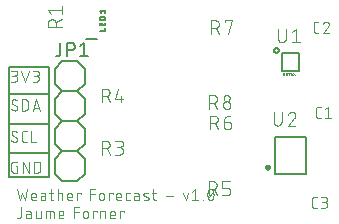
<source format=gbr>
G04 EAGLE Gerber RS-274X export*
G75*
%MOMM*%
%FSLAX34Y34*%
%LPD*%
%INSilkscreen Top*%
%IPPOS*%
%AMOC8*
5,1,8,0,0,1.08239X$1,22.5*%
G01*
%ADD10C,0.076200*%
%ADD11C,0.152400*%
%ADD12C,0.127000*%
%ADD13C,0.101600*%
%ADD14C,0.025400*%
%ADD15C,0.250000*%
%ADD16C,0.200000*%


D10*
X1905Y122555D02*
X4516Y122555D01*
X4617Y122557D01*
X4718Y122563D01*
X4819Y122573D01*
X4919Y122586D01*
X5019Y122604D01*
X5118Y122625D01*
X5216Y122651D01*
X5313Y122680D01*
X5409Y122712D01*
X5503Y122749D01*
X5596Y122789D01*
X5688Y122833D01*
X5777Y122880D01*
X5865Y122931D01*
X5951Y122985D01*
X6034Y123042D01*
X6116Y123102D01*
X6194Y123166D01*
X6271Y123232D01*
X6344Y123302D01*
X6415Y123374D01*
X6483Y123449D01*
X6548Y123527D01*
X6610Y123607D01*
X6669Y123689D01*
X6725Y123774D01*
X6777Y123860D01*
X6826Y123949D01*
X6872Y124040D01*
X6913Y124132D01*
X6952Y124226D01*
X6986Y124321D01*
X7017Y124417D01*
X7044Y124515D01*
X7068Y124613D01*
X7087Y124713D01*
X7103Y124813D01*
X7115Y124913D01*
X7123Y125014D01*
X7127Y125115D01*
X7127Y125217D01*
X7123Y125318D01*
X7115Y125419D01*
X7103Y125519D01*
X7087Y125619D01*
X7068Y125719D01*
X7044Y125817D01*
X7017Y125915D01*
X6986Y126011D01*
X6952Y126106D01*
X6913Y126200D01*
X6872Y126292D01*
X6826Y126383D01*
X6777Y126471D01*
X6725Y126558D01*
X6669Y126643D01*
X6610Y126725D01*
X6548Y126805D01*
X6483Y126883D01*
X6415Y126958D01*
X6344Y127030D01*
X6271Y127100D01*
X6194Y127166D01*
X6116Y127230D01*
X6034Y127290D01*
X5951Y127347D01*
X5865Y127401D01*
X5777Y127452D01*
X5688Y127499D01*
X5596Y127543D01*
X5503Y127583D01*
X5409Y127620D01*
X5313Y127652D01*
X5216Y127681D01*
X5118Y127707D01*
X5019Y127728D01*
X4919Y127746D01*
X4819Y127759D01*
X4718Y127769D01*
X4617Y127775D01*
X4516Y127777D01*
X5038Y131953D02*
X1905Y131953D01*
X5038Y131953D02*
X5128Y131951D01*
X5217Y131945D01*
X5307Y131936D01*
X5396Y131922D01*
X5484Y131905D01*
X5571Y131884D01*
X5658Y131859D01*
X5743Y131830D01*
X5827Y131798D01*
X5909Y131763D01*
X5990Y131723D01*
X6069Y131681D01*
X6146Y131635D01*
X6221Y131585D01*
X6294Y131533D01*
X6365Y131477D01*
X6433Y131419D01*
X6498Y131357D01*
X6561Y131293D01*
X6621Y131226D01*
X6678Y131157D01*
X6732Y131085D01*
X6783Y131011D01*
X6831Y130935D01*
X6875Y130857D01*
X6916Y130777D01*
X6954Y130695D01*
X6988Y130612D01*
X7018Y130527D01*
X7045Y130441D01*
X7068Y130355D01*
X7087Y130267D01*
X7102Y130178D01*
X7114Y130089D01*
X7122Y130000D01*
X7126Y129910D01*
X7126Y129820D01*
X7122Y129730D01*
X7114Y129641D01*
X7102Y129552D01*
X7087Y129463D01*
X7068Y129375D01*
X7045Y129289D01*
X7018Y129203D01*
X6988Y129118D01*
X6954Y129035D01*
X6916Y128953D01*
X6875Y128873D01*
X6831Y128795D01*
X6783Y128719D01*
X6732Y128645D01*
X6678Y128573D01*
X6621Y128504D01*
X6561Y128437D01*
X6498Y128373D01*
X6433Y128311D01*
X6365Y128253D01*
X6294Y128197D01*
X6221Y128145D01*
X6146Y128095D01*
X6069Y128049D01*
X5990Y128007D01*
X5909Y127967D01*
X5827Y127932D01*
X5743Y127900D01*
X5658Y127871D01*
X5571Y127846D01*
X5484Y127825D01*
X5396Y127808D01*
X5307Y127794D01*
X5217Y127785D01*
X5128Y127779D01*
X5038Y127777D01*
X5038Y127776D02*
X2949Y127776D01*
X10527Y131953D02*
X13660Y122555D01*
X16792Y131953D01*
X20193Y122555D02*
X22803Y122555D01*
X22904Y122557D01*
X23005Y122563D01*
X23106Y122573D01*
X23206Y122586D01*
X23306Y122604D01*
X23405Y122625D01*
X23503Y122651D01*
X23600Y122680D01*
X23696Y122712D01*
X23790Y122749D01*
X23883Y122789D01*
X23975Y122833D01*
X24064Y122880D01*
X24152Y122931D01*
X24238Y122985D01*
X24321Y123042D01*
X24403Y123102D01*
X24481Y123166D01*
X24558Y123232D01*
X24631Y123302D01*
X24702Y123374D01*
X24770Y123449D01*
X24835Y123527D01*
X24897Y123607D01*
X24956Y123689D01*
X25012Y123774D01*
X25064Y123860D01*
X25113Y123949D01*
X25159Y124040D01*
X25200Y124132D01*
X25239Y124226D01*
X25273Y124321D01*
X25304Y124417D01*
X25331Y124515D01*
X25355Y124613D01*
X25374Y124713D01*
X25390Y124813D01*
X25402Y124913D01*
X25410Y125014D01*
X25414Y125115D01*
X25414Y125217D01*
X25410Y125318D01*
X25402Y125419D01*
X25390Y125519D01*
X25374Y125619D01*
X25355Y125719D01*
X25331Y125817D01*
X25304Y125915D01*
X25273Y126011D01*
X25239Y126106D01*
X25200Y126200D01*
X25159Y126292D01*
X25113Y126383D01*
X25064Y126471D01*
X25012Y126558D01*
X24956Y126643D01*
X24897Y126725D01*
X24835Y126805D01*
X24770Y126883D01*
X24702Y126958D01*
X24631Y127030D01*
X24558Y127100D01*
X24481Y127166D01*
X24403Y127230D01*
X24321Y127290D01*
X24238Y127347D01*
X24152Y127401D01*
X24064Y127452D01*
X23975Y127499D01*
X23883Y127543D01*
X23790Y127583D01*
X23696Y127620D01*
X23600Y127652D01*
X23503Y127681D01*
X23405Y127707D01*
X23306Y127728D01*
X23206Y127746D01*
X23106Y127759D01*
X23005Y127769D01*
X22904Y127775D01*
X22803Y127777D01*
X23326Y131953D02*
X20193Y131953D01*
X23326Y131953D02*
X23416Y131951D01*
X23505Y131945D01*
X23595Y131936D01*
X23684Y131922D01*
X23772Y131905D01*
X23859Y131884D01*
X23946Y131859D01*
X24031Y131830D01*
X24115Y131798D01*
X24197Y131763D01*
X24278Y131723D01*
X24357Y131681D01*
X24434Y131635D01*
X24509Y131585D01*
X24582Y131533D01*
X24653Y131477D01*
X24721Y131419D01*
X24786Y131357D01*
X24849Y131293D01*
X24909Y131226D01*
X24966Y131157D01*
X25020Y131085D01*
X25071Y131011D01*
X25119Y130935D01*
X25163Y130857D01*
X25204Y130777D01*
X25242Y130695D01*
X25276Y130612D01*
X25306Y130527D01*
X25333Y130441D01*
X25356Y130355D01*
X25375Y130267D01*
X25390Y130178D01*
X25402Y130089D01*
X25410Y130000D01*
X25414Y129910D01*
X25414Y129820D01*
X25410Y129730D01*
X25402Y129641D01*
X25390Y129552D01*
X25375Y129463D01*
X25356Y129375D01*
X25333Y129289D01*
X25306Y129203D01*
X25276Y129118D01*
X25242Y129035D01*
X25204Y128953D01*
X25163Y128873D01*
X25119Y128795D01*
X25071Y128719D01*
X25020Y128645D01*
X24966Y128573D01*
X24909Y128504D01*
X24849Y128437D01*
X24786Y128373D01*
X24721Y128311D01*
X24653Y128253D01*
X24582Y128197D01*
X24509Y128145D01*
X24434Y128095D01*
X24357Y128049D01*
X24278Y128007D01*
X24197Y127967D01*
X24115Y127932D01*
X24031Y127900D01*
X23946Y127871D01*
X23859Y127846D01*
X23772Y127825D01*
X23684Y127808D01*
X23595Y127794D01*
X23505Y127785D01*
X23416Y127779D01*
X23326Y127777D01*
X23326Y127776D02*
X21237Y127776D01*
X7126Y100259D02*
X7124Y100170D01*
X7118Y100082D01*
X7109Y99994D01*
X7096Y99906D01*
X7079Y99819D01*
X7059Y99733D01*
X7034Y99648D01*
X7007Y99563D01*
X6975Y99480D01*
X6941Y99399D01*
X6902Y99319D01*
X6861Y99241D01*
X6816Y99164D01*
X6768Y99090D01*
X6717Y99017D01*
X6663Y98947D01*
X6605Y98880D01*
X6545Y98814D01*
X6483Y98752D01*
X6417Y98692D01*
X6350Y98634D01*
X6280Y98580D01*
X6207Y98529D01*
X6133Y98481D01*
X6056Y98436D01*
X5978Y98395D01*
X5898Y98356D01*
X5817Y98322D01*
X5734Y98290D01*
X5649Y98263D01*
X5564Y98238D01*
X5478Y98218D01*
X5391Y98201D01*
X5303Y98188D01*
X5215Y98179D01*
X5127Y98173D01*
X5038Y98171D01*
X4909Y98173D01*
X4780Y98179D01*
X4651Y98188D01*
X4523Y98201D01*
X4395Y98218D01*
X4268Y98239D01*
X4141Y98263D01*
X4015Y98291D01*
X3890Y98323D01*
X3766Y98358D01*
X3643Y98397D01*
X3521Y98440D01*
X3401Y98486D01*
X3282Y98536D01*
X3164Y98589D01*
X3048Y98645D01*
X2934Y98705D01*
X2821Y98768D01*
X2711Y98835D01*
X2602Y98904D01*
X2496Y98977D01*
X2391Y99053D01*
X2289Y99132D01*
X2190Y99214D01*
X2092Y99298D01*
X1997Y99386D01*
X1905Y99476D01*
X2166Y105481D02*
X2168Y105570D01*
X2174Y105658D01*
X2183Y105746D01*
X2196Y105834D01*
X2213Y105921D01*
X2233Y106007D01*
X2258Y106092D01*
X2285Y106177D01*
X2317Y106260D01*
X2351Y106341D01*
X2390Y106421D01*
X2431Y106499D01*
X2476Y106576D01*
X2524Y106650D01*
X2575Y106723D01*
X2629Y106793D01*
X2687Y106860D01*
X2747Y106926D01*
X2809Y106988D01*
X2875Y107048D01*
X2942Y107106D01*
X3012Y107160D01*
X3085Y107211D01*
X3159Y107259D01*
X3236Y107304D01*
X3314Y107345D01*
X3394Y107384D01*
X3475Y107418D01*
X3558Y107450D01*
X3643Y107477D01*
X3728Y107502D01*
X3814Y107522D01*
X3901Y107539D01*
X3989Y107552D01*
X4077Y107561D01*
X4165Y107567D01*
X4254Y107569D01*
X4374Y107567D01*
X4494Y107562D01*
X4614Y107552D01*
X4733Y107540D01*
X4852Y107523D01*
X4970Y107503D01*
X5088Y107479D01*
X5204Y107452D01*
X5320Y107421D01*
X5435Y107387D01*
X5549Y107349D01*
X5662Y107307D01*
X5773Y107262D01*
X5883Y107214D01*
X5991Y107163D01*
X6098Y107108D01*
X6203Y107050D01*
X6306Y106988D01*
X6407Y106924D01*
X6507Y106856D01*
X6604Y106786D01*
X3210Y103654D02*
X3132Y103702D01*
X3056Y103754D01*
X2983Y103808D01*
X2912Y103866D01*
X2843Y103927D01*
X2777Y103991D01*
X2714Y104058D01*
X2654Y104127D01*
X2597Y104199D01*
X2543Y104273D01*
X2493Y104350D01*
X2445Y104429D01*
X2402Y104509D01*
X2361Y104592D01*
X2325Y104676D01*
X2292Y104761D01*
X2263Y104848D01*
X2237Y104937D01*
X2215Y105026D01*
X2198Y105116D01*
X2184Y105206D01*
X2174Y105298D01*
X2168Y105389D01*
X2166Y105481D01*
X6082Y102086D02*
X6160Y102038D01*
X6236Y101986D01*
X6309Y101932D01*
X6380Y101874D01*
X6449Y101813D01*
X6515Y101749D01*
X6578Y101682D01*
X6638Y101613D01*
X6695Y101541D01*
X6749Y101467D01*
X6799Y101390D01*
X6847Y101311D01*
X6890Y101231D01*
X6931Y101148D01*
X6967Y101064D01*
X7000Y100979D01*
X7029Y100892D01*
X7055Y100803D01*
X7077Y100714D01*
X7094Y100624D01*
X7108Y100534D01*
X7118Y100442D01*
X7124Y100351D01*
X7126Y100259D01*
X6082Y102087D02*
X3210Y103653D01*
X11049Y107569D02*
X11049Y98171D01*
X11049Y107569D02*
X13660Y107569D01*
X13760Y107567D01*
X13860Y107561D01*
X13959Y107552D01*
X14059Y107538D01*
X14157Y107521D01*
X14255Y107500D01*
X14352Y107476D01*
X14448Y107447D01*
X14543Y107415D01*
X14636Y107380D01*
X14728Y107341D01*
X14819Y107298D01*
X14907Y107252D01*
X14994Y107202D01*
X15079Y107150D01*
X15162Y107094D01*
X15243Y107035D01*
X15321Y106972D01*
X15397Y106907D01*
X15471Y106839D01*
X15541Y106769D01*
X15609Y106695D01*
X15674Y106619D01*
X15737Y106541D01*
X15796Y106460D01*
X15852Y106377D01*
X15904Y106292D01*
X15954Y106205D01*
X16000Y106117D01*
X16043Y106026D01*
X16082Y105934D01*
X16117Y105841D01*
X16149Y105746D01*
X16178Y105650D01*
X16202Y105553D01*
X16223Y105455D01*
X16240Y105357D01*
X16254Y105257D01*
X16263Y105158D01*
X16269Y105058D01*
X16271Y104958D01*
X16270Y104958D02*
X16270Y100782D01*
X16271Y100782D02*
X16269Y100682D01*
X16263Y100582D01*
X16254Y100483D01*
X16240Y100383D01*
X16223Y100285D01*
X16202Y100187D01*
X16178Y100090D01*
X16149Y99994D01*
X16117Y99899D01*
X16082Y99806D01*
X16043Y99714D01*
X16000Y99623D01*
X15954Y99535D01*
X15904Y99448D01*
X15852Y99363D01*
X15796Y99280D01*
X15737Y99199D01*
X15674Y99121D01*
X15609Y99045D01*
X15541Y98971D01*
X15471Y98901D01*
X15397Y98833D01*
X15321Y98768D01*
X15243Y98705D01*
X15162Y98646D01*
X15079Y98590D01*
X14994Y98538D01*
X14907Y98488D01*
X14819Y98442D01*
X14728Y98399D01*
X14636Y98360D01*
X14543Y98325D01*
X14448Y98293D01*
X14352Y98264D01*
X14255Y98240D01*
X14157Y98219D01*
X14059Y98202D01*
X13959Y98188D01*
X13860Y98179D01*
X13760Y98173D01*
X13660Y98171D01*
X11049Y98171D01*
X19976Y98171D02*
X23108Y107569D01*
X26241Y98171D01*
X25458Y100521D02*
X20759Y100521D01*
X7126Y73589D02*
X7124Y73500D01*
X7118Y73412D01*
X7109Y73324D01*
X7096Y73236D01*
X7079Y73149D01*
X7059Y73063D01*
X7034Y72978D01*
X7007Y72893D01*
X6975Y72810D01*
X6941Y72729D01*
X6902Y72649D01*
X6861Y72571D01*
X6816Y72494D01*
X6768Y72420D01*
X6717Y72347D01*
X6663Y72277D01*
X6605Y72210D01*
X6545Y72144D01*
X6483Y72082D01*
X6417Y72022D01*
X6350Y71964D01*
X6280Y71910D01*
X6207Y71859D01*
X6133Y71811D01*
X6056Y71766D01*
X5978Y71725D01*
X5898Y71686D01*
X5817Y71652D01*
X5734Y71620D01*
X5649Y71593D01*
X5564Y71568D01*
X5478Y71548D01*
X5391Y71531D01*
X5303Y71518D01*
X5215Y71509D01*
X5127Y71503D01*
X5038Y71501D01*
X4909Y71503D01*
X4780Y71509D01*
X4651Y71518D01*
X4523Y71531D01*
X4395Y71548D01*
X4268Y71569D01*
X4141Y71593D01*
X4015Y71621D01*
X3890Y71653D01*
X3766Y71688D01*
X3643Y71727D01*
X3521Y71770D01*
X3401Y71816D01*
X3282Y71866D01*
X3164Y71919D01*
X3048Y71975D01*
X2934Y72035D01*
X2821Y72098D01*
X2711Y72165D01*
X2602Y72234D01*
X2496Y72307D01*
X2391Y72383D01*
X2289Y72462D01*
X2190Y72544D01*
X2092Y72628D01*
X1997Y72716D01*
X1905Y72806D01*
X2166Y78811D02*
X2168Y78900D01*
X2174Y78988D01*
X2183Y79076D01*
X2196Y79164D01*
X2213Y79251D01*
X2233Y79337D01*
X2258Y79422D01*
X2285Y79507D01*
X2317Y79590D01*
X2351Y79671D01*
X2390Y79751D01*
X2431Y79829D01*
X2476Y79906D01*
X2524Y79980D01*
X2575Y80053D01*
X2629Y80123D01*
X2687Y80190D01*
X2747Y80256D01*
X2809Y80318D01*
X2875Y80378D01*
X2942Y80436D01*
X3012Y80490D01*
X3085Y80541D01*
X3159Y80589D01*
X3236Y80634D01*
X3314Y80675D01*
X3394Y80714D01*
X3475Y80748D01*
X3558Y80780D01*
X3643Y80807D01*
X3728Y80832D01*
X3814Y80852D01*
X3901Y80869D01*
X3989Y80882D01*
X4077Y80891D01*
X4165Y80897D01*
X4254Y80899D01*
X4374Y80897D01*
X4494Y80892D01*
X4614Y80882D01*
X4733Y80870D01*
X4852Y80853D01*
X4970Y80833D01*
X5088Y80809D01*
X5204Y80782D01*
X5320Y80751D01*
X5435Y80717D01*
X5549Y80679D01*
X5662Y80637D01*
X5773Y80592D01*
X5883Y80544D01*
X5991Y80493D01*
X6098Y80438D01*
X6203Y80380D01*
X6306Y80318D01*
X6407Y80254D01*
X6507Y80186D01*
X6604Y80116D01*
X3210Y76984D02*
X3132Y77032D01*
X3056Y77084D01*
X2983Y77138D01*
X2912Y77196D01*
X2843Y77257D01*
X2777Y77321D01*
X2714Y77388D01*
X2654Y77457D01*
X2597Y77529D01*
X2543Y77603D01*
X2493Y77680D01*
X2445Y77759D01*
X2402Y77839D01*
X2361Y77922D01*
X2325Y78006D01*
X2292Y78091D01*
X2263Y78178D01*
X2237Y78267D01*
X2215Y78356D01*
X2198Y78446D01*
X2184Y78536D01*
X2174Y78628D01*
X2168Y78719D01*
X2166Y78811D01*
X6082Y75416D02*
X6160Y75368D01*
X6236Y75316D01*
X6309Y75262D01*
X6380Y75204D01*
X6449Y75143D01*
X6515Y75079D01*
X6578Y75012D01*
X6638Y74943D01*
X6695Y74871D01*
X6749Y74797D01*
X6799Y74720D01*
X6847Y74641D01*
X6890Y74561D01*
X6931Y74478D01*
X6967Y74394D01*
X7000Y74309D01*
X7029Y74222D01*
X7055Y74133D01*
X7077Y74044D01*
X7094Y73954D01*
X7108Y73864D01*
X7118Y73772D01*
X7124Y73681D01*
X7126Y73589D01*
X6082Y75417D02*
X3210Y76983D01*
X12807Y71501D02*
X14895Y71501D01*
X12807Y71501D02*
X12718Y71503D01*
X12630Y71509D01*
X12542Y71518D01*
X12454Y71531D01*
X12367Y71548D01*
X12281Y71568D01*
X12196Y71593D01*
X12111Y71620D01*
X12028Y71652D01*
X11947Y71686D01*
X11867Y71725D01*
X11789Y71766D01*
X11712Y71811D01*
X11638Y71859D01*
X11565Y71910D01*
X11495Y71964D01*
X11428Y72022D01*
X11362Y72082D01*
X11300Y72144D01*
X11240Y72210D01*
X11182Y72277D01*
X11128Y72347D01*
X11077Y72420D01*
X11029Y72494D01*
X10984Y72571D01*
X10943Y72649D01*
X10904Y72729D01*
X10870Y72810D01*
X10838Y72893D01*
X10811Y72978D01*
X10786Y73063D01*
X10766Y73149D01*
X10749Y73236D01*
X10736Y73324D01*
X10727Y73412D01*
X10721Y73500D01*
X10719Y73589D01*
X10718Y73589D02*
X10718Y78811D01*
X10719Y78811D02*
X10721Y78902D01*
X10727Y78993D01*
X10737Y79084D01*
X10751Y79174D01*
X10768Y79263D01*
X10790Y79351D01*
X10816Y79439D01*
X10845Y79525D01*
X10878Y79610D01*
X10915Y79693D01*
X10955Y79775D01*
X10999Y79855D01*
X11046Y79933D01*
X11097Y80009D01*
X11150Y80082D01*
X11207Y80153D01*
X11268Y80222D01*
X11331Y80287D01*
X11396Y80350D01*
X11465Y80410D01*
X11536Y80468D01*
X11609Y80521D01*
X11685Y80572D01*
X11763Y80619D01*
X11843Y80663D01*
X11925Y80703D01*
X12008Y80740D01*
X12093Y80773D01*
X12179Y80802D01*
X12267Y80828D01*
X12355Y80850D01*
X12444Y80867D01*
X12534Y80881D01*
X12625Y80891D01*
X12716Y80897D01*
X12807Y80899D01*
X14895Y80899D01*
X18686Y80899D02*
X18686Y71501D01*
X22863Y71501D01*
X7126Y50814D02*
X5560Y50814D01*
X7126Y50814D02*
X7126Y45593D01*
X3993Y45593D01*
X3904Y45595D01*
X3816Y45601D01*
X3728Y45610D01*
X3640Y45623D01*
X3553Y45640D01*
X3467Y45660D01*
X3382Y45685D01*
X3297Y45712D01*
X3214Y45744D01*
X3133Y45778D01*
X3053Y45817D01*
X2975Y45858D01*
X2898Y45903D01*
X2824Y45951D01*
X2751Y46002D01*
X2681Y46056D01*
X2614Y46114D01*
X2548Y46174D01*
X2486Y46236D01*
X2426Y46302D01*
X2368Y46369D01*
X2314Y46439D01*
X2263Y46512D01*
X2215Y46586D01*
X2170Y46663D01*
X2129Y46741D01*
X2090Y46821D01*
X2056Y46902D01*
X2024Y46985D01*
X1997Y47070D01*
X1972Y47155D01*
X1952Y47241D01*
X1935Y47328D01*
X1922Y47416D01*
X1913Y47504D01*
X1907Y47592D01*
X1905Y47681D01*
X1905Y52903D01*
X1907Y52994D01*
X1913Y53085D01*
X1923Y53176D01*
X1937Y53266D01*
X1954Y53355D01*
X1976Y53443D01*
X2002Y53531D01*
X2031Y53617D01*
X2064Y53702D01*
X2101Y53785D01*
X2141Y53867D01*
X2185Y53947D01*
X2232Y54025D01*
X2283Y54101D01*
X2336Y54174D01*
X2393Y54245D01*
X2454Y54314D01*
X2517Y54379D01*
X2582Y54442D01*
X2651Y54502D01*
X2722Y54560D01*
X2795Y54613D01*
X2871Y54664D01*
X2949Y54711D01*
X3029Y54755D01*
X3111Y54795D01*
X3194Y54832D01*
X3279Y54865D01*
X3365Y54894D01*
X3453Y54920D01*
X3541Y54942D01*
X3630Y54959D01*
X3720Y54973D01*
X3811Y54983D01*
X3902Y54989D01*
X3993Y54991D01*
X7126Y54991D01*
X11659Y54991D02*
X11659Y45593D01*
X16880Y45593D02*
X11659Y54991D01*
X16880Y54991D02*
X16880Y45593D01*
X21412Y45593D02*
X21412Y54991D01*
X24023Y54991D01*
X24123Y54989D01*
X24223Y54983D01*
X24322Y54974D01*
X24422Y54960D01*
X24520Y54943D01*
X24618Y54922D01*
X24715Y54898D01*
X24811Y54869D01*
X24906Y54837D01*
X24999Y54802D01*
X25091Y54763D01*
X25182Y54720D01*
X25270Y54674D01*
X25357Y54624D01*
X25442Y54572D01*
X25525Y54516D01*
X25606Y54457D01*
X25684Y54394D01*
X25760Y54329D01*
X25834Y54261D01*
X25904Y54191D01*
X25972Y54117D01*
X26037Y54041D01*
X26100Y53963D01*
X26159Y53882D01*
X26215Y53799D01*
X26267Y53714D01*
X26317Y53627D01*
X26363Y53539D01*
X26406Y53448D01*
X26445Y53356D01*
X26480Y53263D01*
X26512Y53168D01*
X26541Y53072D01*
X26565Y52975D01*
X26586Y52877D01*
X26603Y52779D01*
X26617Y52679D01*
X26626Y52580D01*
X26632Y52480D01*
X26634Y52380D01*
X26633Y52380D02*
X26633Y48204D01*
X26634Y48204D02*
X26632Y48104D01*
X26626Y48004D01*
X26617Y47905D01*
X26603Y47805D01*
X26586Y47707D01*
X26565Y47609D01*
X26541Y47512D01*
X26512Y47416D01*
X26480Y47321D01*
X26445Y47228D01*
X26406Y47136D01*
X26363Y47045D01*
X26317Y46957D01*
X26267Y46870D01*
X26215Y46785D01*
X26159Y46702D01*
X26100Y46621D01*
X26037Y46543D01*
X25972Y46467D01*
X25904Y46393D01*
X25834Y46323D01*
X25760Y46255D01*
X25684Y46190D01*
X25606Y46127D01*
X25525Y46068D01*
X25442Y46012D01*
X25357Y45960D01*
X25270Y45910D01*
X25182Y45864D01*
X25091Y45821D01*
X24999Y45782D01*
X24906Y45747D01*
X24811Y45715D01*
X24715Y45686D01*
X24618Y45662D01*
X24520Y45641D01*
X24422Y45624D01*
X24322Y45610D01*
X24223Y45601D01*
X24123Y45595D01*
X24023Y45593D01*
X21412Y45593D01*
D11*
X33528Y134620D02*
X0Y134620D01*
X33528Y134620D02*
X33528Y112014D01*
X33528Y62484D01*
X33528Y41656D01*
X0Y41656D01*
X0Y62484D01*
X0Y86614D01*
X0Y112014D01*
X0Y134620D01*
X0Y112014D02*
X33528Y112014D01*
X33274Y86614D02*
X0Y86614D01*
X0Y62484D02*
X33528Y62484D01*
D10*
X6985Y31623D02*
X9073Y22225D01*
X11162Y28490D01*
X13250Y22225D01*
X15339Y31623D01*
X20393Y22225D02*
X23004Y22225D01*
X20393Y22225D02*
X20316Y22227D01*
X20240Y22233D01*
X20163Y22242D01*
X20087Y22255D01*
X20012Y22272D01*
X19938Y22292D01*
X19865Y22317D01*
X19794Y22344D01*
X19723Y22375D01*
X19655Y22410D01*
X19588Y22448D01*
X19523Y22489D01*
X19460Y22533D01*
X19400Y22580D01*
X19341Y22631D01*
X19286Y22684D01*
X19233Y22739D01*
X19182Y22798D01*
X19135Y22858D01*
X19091Y22921D01*
X19050Y22986D01*
X19012Y23053D01*
X18977Y23121D01*
X18946Y23192D01*
X18919Y23263D01*
X18894Y23336D01*
X18874Y23410D01*
X18857Y23485D01*
X18844Y23561D01*
X18835Y23638D01*
X18829Y23714D01*
X18827Y23791D01*
X18827Y26402D01*
X18829Y26492D01*
X18835Y26581D01*
X18844Y26671D01*
X18858Y26760D01*
X18875Y26848D01*
X18896Y26935D01*
X18921Y27022D01*
X18950Y27107D01*
X18982Y27191D01*
X19017Y27273D01*
X19057Y27354D01*
X19099Y27433D01*
X19145Y27510D01*
X19195Y27585D01*
X19247Y27658D01*
X19303Y27729D01*
X19361Y27797D01*
X19423Y27862D01*
X19487Y27925D01*
X19554Y27985D01*
X19623Y28042D01*
X19695Y28096D01*
X19769Y28147D01*
X19845Y28195D01*
X19923Y28239D01*
X20003Y28280D01*
X20085Y28318D01*
X20168Y28352D01*
X20253Y28382D01*
X20339Y28409D01*
X20425Y28432D01*
X20513Y28451D01*
X20602Y28466D01*
X20691Y28478D01*
X20780Y28486D01*
X20870Y28490D01*
X20960Y28490D01*
X21050Y28486D01*
X21139Y28478D01*
X21228Y28466D01*
X21317Y28451D01*
X21405Y28432D01*
X21491Y28409D01*
X21577Y28382D01*
X21662Y28352D01*
X21745Y28318D01*
X21827Y28280D01*
X21907Y28239D01*
X21985Y28195D01*
X22061Y28147D01*
X22135Y28096D01*
X22207Y28042D01*
X22276Y27985D01*
X22343Y27925D01*
X22407Y27862D01*
X22469Y27797D01*
X22527Y27729D01*
X22583Y27658D01*
X22635Y27585D01*
X22685Y27510D01*
X22731Y27433D01*
X22773Y27354D01*
X22813Y27273D01*
X22848Y27191D01*
X22880Y27107D01*
X22909Y27022D01*
X22934Y26935D01*
X22955Y26848D01*
X22972Y26760D01*
X22986Y26671D01*
X22995Y26581D01*
X23001Y26492D01*
X23003Y26402D01*
X23004Y26402D02*
X23004Y25358D01*
X18827Y25358D01*
X28533Y25880D02*
X30883Y25880D01*
X28533Y25879D02*
X28449Y25877D01*
X28364Y25871D01*
X28281Y25861D01*
X28197Y25848D01*
X28115Y25830D01*
X28033Y25809D01*
X27952Y25784D01*
X27873Y25756D01*
X27795Y25723D01*
X27719Y25687D01*
X27644Y25648D01*
X27571Y25605D01*
X27500Y25559D01*
X27432Y25510D01*
X27366Y25458D01*
X27302Y25402D01*
X27241Y25344D01*
X27183Y25283D01*
X27127Y25219D01*
X27075Y25153D01*
X27026Y25085D01*
X26980Y25014D01*
X26937Y24941D01*
X26898Y24866D01*
X26862Y24790D01*
X26829Y24712D01*
X26801Y24633D01*
X26776Y24552D01*
X26755Y24470D01*
X26737Y24388D01*
X26724Y24304D01*
X26714Y24221D01*
X26708Y24136D01*
X26706Y24052D01*
X26708Y23968D01*
X26714Y23883D01*
X26724Y23800D01*
X26737Y23716D01*
X26755Y23634D01*
X26776Y23552D01*
X26801Y23471D01*
X26829Y23392D01*
X26862Y23314D01*
X26898Y23238D01*
X26937Y23163D01*
X26980Y23090D01*
X27026Y23019D01*
X27075Y22951D01*
X27127Y22885D01*
X27183Y22821D01*
X27241Y22760D01*
X27302Y22702D01*
X27366Y22646D01*
X27432Y22594D01*
X27500Y22545D01*
X27571Y22499D01*
X27644Y22456D01*
X27719Y22417D01*
X27795Y22381D01*
X27873Y22348D01*
X27952Y22320D01*
X28033Y22295D01*
X28115Y22274D01*
X28197Y22256D01*
X28281Y22243D01*
X28364Y22233D01*
X28449Y22227D01*
X28533Y22225D01*
X30883Y22225D01*
X30883Y26924D01*
X30881Y27001D01*
X30875Y27077D01*
X30866Y27154D01*
X30853Y27230D01*
X30836Y27305D01*
X30816Y27379D01*
X30791Y27452D01*
X30764Y27523D01*
X30733Y27594D01*
X30698Y27662D01*
X30660Y27729D01*
X30619Y27794D01*
X30575Y27857D01*
X30528Y27917D01*
X30477Y27976D01*
X30424Y28031D01*
X30369Y28084D01*
X30310Y28135D01*
X30250Y28182D01*
X30187Y28226D01*
X30122Y28267D01*
X30055Y28305D01*
X29987Y28340D01*
X29916Y28371D01*
X29845Y28398D01*
X29772Y28423D01*
X29698Y28443D01*
X29623Y28460D01*
X29547Y28473D01*
X29470Y28482D01*
X29394Y28488D01*
X29317Y28490D01*
X27228Y28490D01*
X34213Y28490D02*
X37345Y28490D01*
X35257Y31623D02*
X35257Y23791D01*
X35259Y23714D01*
X35265Y23638D01*
X35274Y23561D01*
X35287Y23485D01*
X35304Y23410D01*
X35324Y23336D01*
X35349Y23263D01*
X35376Y23192D01*
X35407Y23121D01*
X35442Y23053D01*
X35480Y22986D01*
X35521Y22921D01*
X35565Y22858D01*
X35612Y22798D01*
X35663Y22739D01*
X35716Y22684D01*
X35771Y22631D01*
X35830Y22580D01*
X35890Y22533D01*
X35953Y22489D01*
X36018Y22448D01*
X36085Y22410D01*
X36153Y22375D01*
X36224Y22344D01*
X36295Y22317D01*
X36368Y22292D01*
X36442Y22272D01*
X36517Y22255D01*
X36593Y22242D01*
X36670Y22233D01*
X36746Y22227D01*
X36823Y22225D01*
X37345Y22225D01*
X41077Y22225D02*
X41077Y31623D01*
X41077Y28490D02*
X43688Y28490D01*
X43765Y28488D01*
X43841Y28482D01*
X43918Y28473D01*
X43994Y28460D01*
X44069Y28443D01*
X44143Y28423D01*
X44216Y28398D01*
X44287Y28371D01*
X44358Y28340D01*
X44426Y28305D01*
X44493Y28267D01*
X44558Y28226D01*
X44621Y28182D01*
X44681Y28135D01*
X44740Y28084D01*
X44795Y28031D01*
X44848Y27976D01*
X44899Y27917D01*
X44946Y27857D01*
X44990Y27794D01*
X45031Y27729D01*
X45069Y27662D01*
X45104Y27594D01*
X45135Y27523D01*
X45162Y27452D01*
X45187Y27379D01*
X45207Y27305D01*
X45224Y27230D01*
X45237Y27154D01*
X45246Y27078D01*
X45252Y27001D01*
X45254Y26924D01*
X45254Y22225D01*
X50873Y22225D02*
X53484Y22225D01*
X50873Y22225D02*
X50796Y22227D01*
X50720Y22233D01*
X50643Y22242D01*
X50567Y22255D01*
X50492Y22272D01*
X50418Y22292D01*
X50345Y22317D01*
X50274Y22344D01*
X50203Y22375D01*
X50135Y22410D01*
X50068Y22448D01*
X50003Y22489D01*
X49940Y22533D01*
X49880Y22580D01*
X49821Y22631D01*
X49766Y22684D01*
X49713Y22739D01*
X49662Y22798D01*
X49615Y22858D01*
X49571Y22921D01*
X49530Y22986D01*
X49492Y23053D01*
X49457Y23121D01*
X49426Y23192D01*
X49399Y23263D01*
X49374Y23336D01*
X49354Y23410D01*
X49337Y23485D01*
X49324Y23561D01*
X49315Y23638D01*
X49309Y23714D01*
X49307Y23791D01*
X49307Y26402D01*
X49309Y26492D01*
X49315Y26581D01*
X49324Y26671D01*
X49338Y26760D01*
X49355Y26848D01*
X49376Y26935D01*
X49401Y27022D01*
X49430Y27107D01*
X49462Y27191D01*
X49497Y27273D01*
X49537Y27354D01*
X49579Y27433D01*
X49625Y27510D01*
X49675Y27585D01*
X49727Y27658D01*
X49783Y27729D01*
X49841Y27797D01*
X49903Y27862D01*
X49967Y27925D01*
X50034Y27985D01*
X50103Y28042D01*
X50175Y28096D01*
X50249Y28147D01*
X50325Y28195D01*
X50403Y28239D01*
X50483Y28280D01*
X50565Y28318D01*
X50648Y28352D01*
X50733Y28382D01*
X50819Y28409D01*
X50905Y28432D01*
X50993Y28451D01*
X51082Y28466D01*
X51171Y28478D01*
X51260Y28486D01*
X51350Y28490D01*
X51440Y28490D01*
X51530Y28486D01*
X51619Y28478D01*
X51708Y28466D01*
X51797Y28451D01*
X51885Y28432D01*
X51971Y28409D01*
X52057Y28382D01*
X52142Y28352D01*
X52225Y28318D01*
X52307Y28280D01*
X52387Y28239D01*
X52465Y28195D01*
X52541Y28147D01*
X52615Y28096D01*
X52687Y28042D01*
X52756Y27985D01*
X52823Y27925D01*
X52887Y27862D01*
X52949Y27797D01*
X53007Y27729D01*
X53063Y27658D01*
X53115Y27585D01*
X53165Y27510D01*
X53211Y27433D01*
X53253Y27354D01*
X53293Y27273D01*
X53328Y27191D01*
X53360Y27107D01*
X53389Y27022D01*
X53414Y26935D01*
X53435Y26848D01*
X53452Y26760D01*
X53466Y26671D01*
X53475Y26581D01*
X53481Y26492D01*
X53483Y26402D01*
X53484Y26402D02*
X53484Y25358D01*
X49307Y25358D01*
X57588Y22225D02*
X57588Y28490D01*
X60721Y28490D01*
X60721Y27446D01*
X68919Y31623D02*
X68919Y22225D01*
X68919Y31623D02*
X73096Y31623D01*
X73096Y27446D02*
X68919Y27446D01*
X76434Y26402D02*
X76434Y24313D01*
X76434Y26402D02*
X76436Y26492D01*
X76442Y26581D01*
X76451Y26671D01*
X76465Y26760D01*
X76482Y26848D01*
X76503Y26935D01*
X76528Y27022D01*
X76557Y27107D01*
X76589Y27191D01*
X76624Y27273D01*
X76664Y27354D01*
X76706Y27433D01*
X76752Y27510D01*
X76802Y27585D01*
X76854Y27658D01*
X76910Y27729D01*
X76968Y27797D01*
X77030Y27862D01*
X77094Y27925D01*
X77161Y27985D01*
X77230Y28042D01*
X77302Y28096D01*
X77376Y28147D01*
X77452Y28195D01*
X77530Y28239D01*
X77610Y28280D01*
X77692Y28318D01*
X77775Y28352D01*
X77860Y28382D01*
X77946Y28409D01*
X78032Y28432D01*
X78120Y28451D01*
X78209Y28466D01*
X78298Y28478D01*
X78387Y28486D01*
X78477Y28490D01*
X78567Y28490D01*
X78657Y28486D01*
X78746Y28478D01*
X78835Y28466D01*
X78924Y28451D01*
X79012Y28432D01*
X79098Y28409D01*
X79184Y28382D01*
X79269Y28352D01*
X79352Y28318D01*
X79434Y28280D01*
X79514Y28239D01*
X79592Y28195D01*
X79668Y28147D01*
X79742Y28096D01*
X79814Y28042D01*
X79883Y27985D01*
X79950Y27925D01*
X80014Y27862D01*
X80076Y27797D01*
X80134Y27729D01*
X80190Y27658D01*
X80242Y27585D01*
X80292Y27510D01*
X80338Y27433D01*
X80380Y27354D01*
X80420Y27273D01*
X80455Y27191D01*
X80487Y27107D01*
X80516Y27022D01*
X80541Y26935D01*
X80562Y26848D01*
X80579Y26760D01*
X80593Y26671D01*
X80602Y26581D01*
X80608Y26492D01*
X80610Y26402D01*
X80611Y26402D02*
X80611Y24313D01*
X80610Y24313D02*
X80608Y24223D01*
X80602Y24134D01*
X80593Y24044D01*
X80579Y23955D01*
X80562Y23867D01*
X80541Y23780D01*
X80516Y23693D01*
X80487Y23608D01*
X80455Y23524D01*
X80420Y23442D01*
X80380Y23361D01*
X80338Y23282D01*
X80292Y23205D01*
X80242Y23130D01*
X80190Y23057D01*
X80134Y22986D01*
X80076Y22918D01*
X80014Y22853D01*
X79950Y22790D01*
X79883Y22730D01*
X79814Y22673D01*
X79742Y22619D01*
X79668Y22568D01*
X79592Y22520D01*
X79514Y22476D01*
X79434Y22435D01*
X79352Y22397D01*
X79269Y22363D01*
X79184Y22333D01*
X79098Y22306D01*
X79012Y22283D01*
X78924Y22264D01*
X78835Y22249D01*
X78746Y22237D01*
X78657Y22229D01*
X78567Y22225D01*
X78477Y22225D01*
X78387Y22229D01*
X78298Y22237D01*
X78209Y22249D01*
X78120Y22264D01*
X78032Y22283D01*
X77946Y22306D01*
X77860Y22333D01*
X77775Y22363D01*
X77692Y22397D01*
X77610Y22435D01*
X77530Y22476D01*
X77452Y22520D01*
X77376Y22568D01*
X77302Y22619D01*
X77230Y22673D01*
X77161Y22730D01*
X77094Y22790D01*
X77030Y22853D01*
X76968Y22918D01*
X76910Y22986D01*
X76854Y23057D01*
X76802Y23130D01*
X76752Y23205D01*
X76706Y23282D01*
X76664Y23361D01*
X76624Y23442D01*
X76589Y23524D01*
X76557Y23608D01*
X76528Y23693D01*
X76503Y23780D01*
X76482Y23867D01*
X76465Y23955D01*
X76451Y24044D01*
X76442Y24134D01*
X76436Y24223D01*
X76434Y24313D01*
X84715Y22225D02*
X84715Y28490D01*
X87848Y28490D01*
X87848Y27446D01*
X92326Y22225D02*
X94936Y22225D01*
X92326Y22225D02*
X92249Y22227D01*
X92173Y22233D01*
X92096Y22242D01*
X92020Y22255D01*
X91945Y22272D01*
X91871Y22292D01*
X91798Y22317D01*
X91727Y22344D01*
X91656Y22375D01*
X91588Y22410D01*
X91521Y22448D01*
X91456Y22489D01*
X91393Y22533D01*
X91333Y22580D01*
X91274Y22631D01*
X91219Y22684D01*
X91166Y22739D01*
X91115Y22798D01*
X91068Y22858D01*
X91024Y22921D01*
X90983Y22986D01*
X90945Y23053D01*
X90910Y23121D01*
X90879Y23192D01*
X90852Y23263D01*
X90827Y23336D01*
X90807Y23410D01*
X90790Y23485D01*
X90777Y23561D01*
X90768Y23638D01*
X90762Y23714D01*
X90760Y23791D01*
X90759Y23791D02*
X90759Y26402D01*
X90760Y26402D02*
X90762Y26492D01*
X90768Y26581D01*
X90777Y26671D01*
X90791Y26760D01*
X90808Y26848D01*
X90829Y26935D01*
X90854Y27022D01*
X90883Y27107D01*
X90915Y27191D01*
X90950Y27273D01*
X90990Y27354D01*
X91032Y27433D01*
X91078Y27510D01*
X91128Y27585D01*
X91180Y27658D01*
X91236Y27729D01*
X91294Y27797D01*
X91356Y27862D01*
X91420Y27925D01*
X91487Y27985D01*
X91556Y28042D01*
X91628Y28096D01*
X91702Y28147D01*
X91778Y28195D01*
X91856Y28239D01*
X91936Y28280D01*
X92018Y28318D01*
X92101Y28352D01*
X92186Y28382D01*
X92272Y28409D01*
X92358Y28432D01*
X92446Y28451D01*
X92535Y28466D01*
X92624Y28478D01*
X92713Y28486D01*
X92803Y28490D01*
X92893Y28490D01*
X92983Y28486D01*
X93072Y28478D01*
X93161Y28466D01*
X93250Y28451D01*
X93338Y28432D01*
X93424Y28409D01*
X93510Y28382D01*
X93595Y28352D01*
X93678Y28318D01*
X93760Y28280D01*
X93840Y28239D01*
X93918Y28195D01*
X93994Y28147D01*
X94068Y28096D01*
X94140Y28042D01*
X94209Y27985D01*
X94276Y27925D01*
X94340Y27862D01*
X94402Y27797D01*
X94460Y27729D01*
X94516Y27658D01*
X94568Y27585D01*
X94618Y27510D01*
X94664Y27433D01*
X94706Y27354D01*
X94746Y27273D01*
X94781Y27191D01*
X94813Y27107D01*
X94842Y27022D01*
X94867Y26935D01*
X94888Y26848D01*
X94905Y26760D01*
X94919Y26671D01*
X94928Y26581D01*
X94934Y26492D01*
X94936Y26402D01*
X94936Y25358D01*
X90759Y25358D01*
X100261Y22225D02*
X102349Y22225D01*
X100261Y22225D02*
X100184Y22227D01*
X100108Y22233D01*
X100031Y22242D01*
X99955Y22255D01*
X99880Y22272D01*
X99806Y22292D01*
X99733Y22317D01*
X99662Y22344D01*
X99591Y22375D01*
X99523Y22410D01*
X99456Y22448D01*
X99391Y22489D01*
X99328Y22533D01*
X99268Y22580D01*
X99209Y22631D01*
X99154Y22684D01*
X99101Y22739D01*
X99050Y22798D01*
X99003Y22858D01*
X98959Y22921D01*
X98918Y22986D01*
X98880Y23053D01*
X98845Y23121D01*
X98814Y23192D01*
X98787Y23263D01*
X98762Y23336D01*
X98742Y23410D01*
X98725Y23485D01*
X98712Y23561D01*
X98703Y23638D01*
X98697Y23714D01*
X98695Y23791D01*
X98694Y23791D02*
X98694Y26924D01*
X98695Y26924D02*
X98697Y27001D01*
X98703Y27077D01*
X98712Y27154D01*
X98725Y27230D01*
X98742Y27305D01*
X98762Y27379D01*
X98787Y27452D01*
X98814Y27523D01*
X98845Y27594D01*
X98880Y27662D01*
X98918Y27729D01*
X98959Y27794D01*
X99003Y27857D01*
X99050Y27917D01*
X99101Y27976D01*
X99154Y28031D01*
X99209Y28084D01*
X99268Y28135D01*
X99328Y28182D01*
X99391Y28226D01*
X99456Y28267D01*
X99523Y28305D01*
X99591Y28340D01*
X99662Y28371D01*
X99733Y28398D01*
X99806Y28423D01*
X99880Y28443D01*
X99955Y28460D01*
X100031Y28473D01*
X100108Y28482D01*
X100184Y28488D01*
X100261Y28490D01*
X102349Y28490D01*
X107476Y25880D02*
X109826Y25880D01*
X107476Y25879D02*
X107392Y25877D01*
X107307Y25871D01*
X107224Y25861D01*
X107140Y25848D01*
X107058Y25830D01*
X106976Y25809D01*
X106895Y25784D01*
X106816Y25756D01*
X106738Y25723D01*
X106662Y25687D01*
X106587Y25648D01*
X106514Y25605D01*
X106443Y25559D01*
X106375Y25510D01*
X106309Y25458D01*
X106245Y25402D01*
X106184Y25344D01*
X106126Y25283D01*
X106070Y25219D01*
X106018Y25153D01*
X105969Y25085D01*
X105923Y25014D01*
X105880Y24941D01*
X105841Y24866D01*
X105805Y24790D01*
X105772Y24712D01*
X105744Y24633D01*
X105719Y24552D01*
X105698Y24470D01*
X105680Y24388D01*
X105667Y24304D01*
X105657Y24221D01*
X105651Y24136D01*
X105649Y24052D01*
X105651Y23968D01*
X105657Y23883D01*
X105667Y23800D01*
X105680Y23716D01*
X105698Y23634D01*
X105719Y23552D01*
X105744Y23471D01*
X105772Y23392D01*
X105805Y23314D01*
X105841Y23238D01*
X105880Y23163D01*
X105923Y23090D01*
X105969Y23019D01*
X106018Y22951D01*
X106070Y22885D01*
X106126Y22821D01*
X106184Y22760D01*
X106245Y22702D01*
X106309Y22646D01*
X106375Y22594D01*
X106443Y22545D01*
X106514Y22499D01*
X106587Y22456D01*
X106662Y22417D01*
X106738Y22381D01*
X106816Y22348D01*
X106895Y22320D01*
X106976Y22295D01*
X107058Y22274D01*
X107140Y22256D01*
X107224Y22243D01*
X107307Y22233D01*
X107392Y22227D01*
X107476Y22225D01*
X109826Y22225D01*
X109826Y26924D01*
X109825Y26924D02*
X109823Y27001D01*
X109817Y27077D01*
X109808Y27154D01*
X109795Y27230D01*
X109778Y27305D01*
X109758Y27379D01*
X109733Y27452D01*
X109706Y27523D01*
X109675Y27594D01*
X109640Y27662D01*
X109602Y27729D01*
X109561Y27794D01*
X109517Y27857D01*
X109470Y27917D01*
X109419Y27976D01*
X109366Y28031D01*
X109311Y28084D01*
X109252Y28135D01*
X109192Y28182D01*
X109129Y28226D01*
X109064Y28267D01*
X108997Y28305D01*
X108929Y28340D01*
X108858Y28371D01*
X108787Y28398D01*
X108714Y28423D01*
X108640Y28443D01*
X108565Y28460D01*
X108489Y28473D01*
X108412Y28482D01*
X108336Y28488D01*
X108259Y28490D01*
X106171Y28490D01*
X114707Y25880D02*
X117318Y24836D01*
X114707Y25880D02*
X114641Y25908D01*
X114576Y25941D01*
X114513Y25976D01*
X114452Y26015D01*
X114393Y26057D01*
X114337Y26102D01*
X114283Y26150D01*
X114232Y26201D01*
X114183Y26254D01*
X114138Y26311D01*
X114095Y26369D01*
X114056Y26429D01*
X114019Y26492D01*
X113987Y26557D01*
X113958Y26623D01*
X113932Y26690D01*
X113910Y26759D01*
X113892Y26829D01*
X113877Y26900D01*
X113866Y26971D01*
X113859Y27043D01*
X113856Y27115D01*
X113857Y27187D01*
X113862Y27260D01*
X113870Y27331D01*
X113882Y27403D01*
X113898Y27473D01*
X113918Y27542D01*
X113942Y27611D01*
X113969Y27678D01*
X113999Y27743D01*
X114033Y27807D01*
X114071Y27869D01*
X114111Y27929D01*
X114155Y27986D01*
X114202Y28041D01*
X114252Y28094D01*
X114304Y28143D01*
X114359Y28190D01*
X114416Y28234D01*
X114476Y28275D01*
X114538Y28312D01*
X114602Y28347D01*
X114667Y28377D01*
X114734Y28405D01*
X114802Y28428D01*
X114872Y28448D01*
X114942Y28464D01*
X115013Y28477D01*
X115085Y28485D01*
X115157Y28490D01*
X115229Y28491D01*
X115230Y28490D02*
X115381Y28486D01*
X115532Y28478D01*
X115683Y28467D01*
X115834Y28451D01*
X115984Y28431D01*
X116134Y28408D01*
X116283Y28381D01*
X116431Y28350D01*
X116579Y28315D01*
X116725Y28277D01*
X116871Y28234D01*
X117015Y28188D01*
X117158Y28139D01*
X117300Y28086D01*
X117440Y28029D01*
X117579Y27968D01*
X117318Y24836D02*
X117384Y24808D01*
X117449Y24775D01*
X117512Y24740D01*
X117573Y24701D01*
X117632Y24659D01*
X117688Y24614D01*
X117742Y24566D01*
X117793Y24515D01*
X117842Y24462D01*
X117887Y24405D01*
X117930Y24347D01*
X117969Y24287D01*
X118006Y24224D01*
X118038Y24159D01*
X118067Y24093D01*
X118093Y24026D01*
X118115Y23957D01*
X118133Y23887D01*
X118148Y23816D01*
X118159Y23745D01*
X118166Y23673D01*
X118169Y23601D01*
X118168Y23529D01*
X118163Y23456D01*
X118155Y23385D01*
X118143Y23313D01*
X118127Y23243D01*
X118107Y23174D01*
X118083Y23105D01*
X118056Y23038D01*
X118026Y22973D01*
X117992Y22909D01*
X117954Y22847D01*
X117914Y22787D01*
X117870Y22730D01*
X117823Y22675D01*
X117773Y22622D01*
X117721Y22573D01*
X117666Y22526D01*
X117609Y22482D01*
X117549Y22441D01*
X117487Y22404D01*
X117423Y22369D01*
X117358Y22339D01*
X117291Y22311D01*
X117223Y22288D01*
X117153Y22268D01*
X117083Y22252D01*
X117012Y22239D01*
X116940Y22231D01*
X116868Y22226D01*
X116796Y22225D01*
X116586Y22230D01*
X116377Y22241D01*
X116168Y22256D01*
X115960Y22276D01*
X115752Y22302D01*
X115545Y22332D01*
X115338Y22367D01*
X115133Y22407D01*
X114928Y22451D01*
X114725Y22501D01*
X114522Y22555D01*
X114321Y22615D01*
X114122Y22678D01*
X113924Y22747D01*
X121080Y28490D02*
X124213Y28490D01*
X122124Y31623D02*
X122124Y23791D01*
X122125Y23791D02*
X122127Y23714D01*
X122133Y23638D01*
X122142Y23561D01*
X122155Y23485D01*
X122172Y23410D01*
X122192Y23336D01*
X122217Y23263D01*
X122244Y23192D01*
X122275Y23121D01*
X122310Y23053D01*
X122348Y22986D01*
X122389Y22921D01*
X122433Y22858D01*
X122480Y22798D01*
X122531Y22739D01*
X122584Y22684D01*
X122639Y22631D01*
X122698Y22580D01*
X122758Y22533D01*
X122821Y22489D01*
X122886Y22448D01*
X122953Y22410D01*
X123021Y22375D01*
X123092Y22344D01*
X123163Y22317D01*
X123236Y22292D01*
X123310Y22272D01*
X123385Y22255D01*
X123461Y22242D01*
X123538Y22233D01*
X123614Y22227D01*
X123691Y22225D01*
X124213Y22225D01*
X132692Y25880D02*
X138957Y25880D01*
X147452Y28490D02*
X149540Y22225D01*
X151629Y28490D01*
X155159Y29535D02*
X157770Y31623D01*
X157770Y22225D01*
X160380Y22225D02*
X155159Y22225D01*
X163910Y22225D02*
X163910Y22747D01*
X164432Y22747D01*
X164432Y22225D01*
X163910Y22225D01*
X167960Y26924D02*
X167962Y27109D01*
X167969Y27294D01*
X167980Y27478D01*
X167995Y27662D01*
X168015Y27846D01*
X168039Y28030D01*
X168068Y28212D01*
X168101Y28394D01*
X168138Y28575D01*
X168180Y28755D01*
X168226Y28935D01*
X168276Y29113D01*
X168330Y29289D01*
X168389Y29465D01*
X168451Y29639D01*
X168518Y29811D01*
X168589Y29982D01*
X168664Y30151D01*
X168743Y30318D01*
X168773Y30398D01*
X168806Y30477D01*
X168843Y30554D01*
X168883Y30630D01*
X168926Y30704D01*
X168972Y30776D01*
X169022Y30845D01*
X169074Y30913D01*
X169130Y30978D01*
X169188Y31041D01*
X169250Y31100D01*
X169313Y31158D01*
X169380Y31212D01*
X169448Y31263D01*
X169519Y31311D01*
X169592Y31356D01*
X169666Y31398D01*
X169743Y31436D01*
X169821Y31471D01*
X169900Y31503D01*
X169981Y31531D01*
X170063Y31555D01*
X170147Y31576D01*
X170230Y31593D01*
X170315Y31606D01*
X170400Y31615D01*
X170485Y31621D01*
X170571Y31623D01*
X170657Y31621D01*
X170742Y31615D01*
X170827Y31606D01*
X170912Y31593D01*
X170995Y31576D01*
X171079Y31555D01*
X171161Y31531D01*
X171242Y31503D01*
X171321Y31471D01*
X171399Y31436D01*
X171476Y31398D01*
X171550Y31356D01*
X171623Y31311D01*
X171694Y31263D01*
X171762Y31212D01*
X171829Y31158D01*
X171892Y31100D01*
X171954Y31041D01*
X172012Y30978D01*
X172068Y30913D01*
X172120Y30845D01*
X172170Y30776D01*
X172216Y30704D01*
X172259Y30630D01*
X172299Y30554D01*
X172336Y30477D01*
X172369Y30398D01*
X172399Y30318D01*
X172478Y30151D01*
X172553Y29982D01*
X172624Y29811D01*
X172691Y29639D01*
X172753Y29465D01*
X172812Y29289D01*
X172866Y29113D01*
X172916Y28935D01*
X172962Y28755D01*
X173004Y28575D01*
X173041Y28394D01*
X173074Y28212D01*
X173103Y28030D01*
X173127Y27846D01*
X173147Y27662D01*
X173162Y27478D01*
X173173Y27294D01*
X173180Y27109D01*
X173182Y26924D01*
X167961Y26924D02*
X167963Y26739D01*
X167970Y26554D01*
X167981Y26370D01*
X167996Y26186D01*
X168016Y26002D01*
X168040Y25818D01*
X168069Y25636D01*
X168102Y25454D01*
X168139Y25273D01*
X168181Y25093D01*
X168227Y24913D01*
X168277Y24735D01*
X168331Y24559D01*
X168390Y24383D01*
X168452Y24209D01*
X168519Y24037D01*
X168590Y23866D01*
X168665Y23697D01*
X168744Y23530D01*
X168743Y23530D02*
X168773Y23450D01*
X168806Y23371D01*
X168843Y23294D01*
X168883Y23218D01*
X168926Y23144D01*
X168972Y23072D01*
X169022Y23003D01*
X169075Y22935D01*
X169130Y22870D01*
X169189Y22807D01*
X169250Y22748D01*
X169313Y22690D01*
X169380Y22636D01*
X169448Y22585D01*
X169519Y22537D01*
X169592Y22492D01*
X169666Y22450D01*
X169743Y22412D01*
X169821Y22377D01*
X169900Y22345D01*
X169981Y22317D01*
X170063Y22293D01*
X170147Y22272D01*
X170230Y22255D01*
X170315Y22242D01*
X170400Y22233D01*
X170485Y22227D01*
X170571Y22225D01*
X172399Y23530D02*
X172478Y23697D01*
X172553Y23866D01*
X172624Y24037D01*
X172691Y24209D01*
X172753Y24383D01*
X172812Y24559D01*
X172866Y24735D01*
X172916Y24913D01*
X172962Y25093D01*
X173004Y25273D01*
X173041Y25454D01*
X173074Y25636D01*
X173103Y25818D01*
X173127Y26002D01*
X173147Y26186D01*
X173162Y26370D01*
X173173Y26554D01*
X173180Y26739D01*
X173182Y26924D01*
X172399Y23530D02*
X172369Y23450D01*
X172336Y23371D01*
X172299Y23294D01*
X172259Y23218D01*
X172216Y23144D01*
X172170Y23072D01*
X172120Y23003D01*
X172068Y22935D01*
X172012Y22870D01*
X171954Y22807D01*
X171892Y22748D01*
X171829Y22690D01*
X171762Y22636D01*
X171694Y22585D01*
X171623Y22537D01*
X171550Y22492D01*
X171476Y22450D01*
X171399Y22412D01*
X171321Y22377D01*
X171242Y22345D01*
X171161Y22317D01*
X171079Y22293D01*
X170995Y22272D01*
X170912Y22255D01*
X170827Y22242D01*
X170742Y22233D01*
X170657Y22227D01*
X170571Y22225D01*
X168483Y24313D02*
X172660Y29535D01*
X10118Y16383D02*
X10118Y9073D01*
X10117Y9073D02*
X10115Y8984D01*
X10109Y8896D01*
X10100Y8808D01*
X10087Y8720D01*
X10070Y8633D01*
X10050Y8547D01*
X10025Y8462D01*
X9998Y8377D01*
X9966Y8294D01*
X9932Y8213D01*
X9893Y8133D01*
X9852Y8055D01*
X9807Y7978D01*
X9759Y7904D01*
X9708Y7831D01*
X9654Y7761D01*
X9596Y7694D01*
X9536Y7628D01*
X9474Y7566D01*
X9408Y7506D01*
X9341Y7448D01*
X9271Y7394D01*
X9198Y7343D01*
X9124Y7295D01*
X9047Y7250D01*
X8969Y7209D01*
X8889Y7170D01*
X8808Y7136D01*
X8725Y7104D01*
X8640Y7077D01*
X8555Y7052D01*
X8469Y7032D01*
X8382Y7015D01*
X8294Y7002D01*
X8206Y6993D01*
X8118Y6987D01*
X8029Y6985D01*
X6985Y6985D01*
X16004Y10640D02*
X18353Y10640D01*
X16004Y10639D02*
X15920Y10637D01*
X15835Y10631D01*
X15752Y10621D01*
X15668Y10608D01*
X15586Y10590D01*
X15504Y10569D01*
X15423Y10544D01*
X15344Y10516D01*
X15266Y10483D01*
X15190Y10447D01*
X15115Y10408D01*
X15042Y10365D01*
X14971Y10319D01*
X14903Y10270D01*
X14837Y10218D01*
X14773Y10162D01*
X14712Y10104D01*
X14654Y10043D01*
X14598Y9979D01*
X14546Y9913D01*
X14497Y9845D01*
X14451Y9774D01*
X14408Y9701D01*
X14369Y9626D01*
X14333Y9550D01*
X14300Y9472D01*
X14272Y9393D01*
X14247Y9312D01*
X14226Y9230D01*
X14208Y9148D01*
X14195Y9064D01*
X14185Y8981D01*
X14179Y8896D01*
X14177Y8812D01*
X14179Y8728D01*
X14185Y8643D01*
X14195Y8560D01*
X14208Y8476D01*
X14226Y8394D01*
X14247Y8312D01*
X14272Y8231D01*
X14300Y8152D01*
X14333Y8074D01*
X14369Y7998D01*
X14408Y7923D01*
X14451Y7850D01*
X14497Y7779D01*
X14546Y7711D01*
X14598Y7645D01*
X14654Y7581D01*
X14712Y7520D01*
X14773Y7462D01*
X14837Y7406D01*
X14903Y7354D01*
X14971Y7305D01*
X15042Y7259D01*
X15115Y7216D01*
X15190Y7177D01*
X15266Y7141D01*
X15344Y7108D01*
X15423Y7080D01*
X15504Y7055D01*
X15586Y7034D01*
X15668Y7016D01*
X15752Y7003D01*
X15835Y6993D01*
X15920Y6987D01*
X16004Y6985D01*
X18353Y6985D01*
X18353Y11684D01*
X18351Y11761D01*
X18345Y11837D01*
X18336Y11914D01*
X18323Y11990D01*
X18306Y12065D01*
X18286Y12139D01*
X18261Y12212D01*
X18234Y12283D01*
X18203Y12354D01*
X18168Y12422D01*
X18130Y12489D01*
X18089Y12554D01*
X18045Y12617D01*
X17998Y12677D01*
X17947Y12736D01*
X17894Y12791D01*
X17839Y12844D01*
X17780Y12895D01*
X17720Y12942D01*
X17657Y12986D01*
X17592Y13027D01*
X17525Y13065D01*
X17457Y13100D01*
X17386Y13131D01*
X17315Y13158D01*
X17242Y13183D01*
X17168Y13203D01*
X17093Y13220D01*
X17017Y13233D01*
X16940Y13242D01*
X16864Y13248D01*
X16787Y13250D01*
X14698Y13250D01*
X22756Y13250D02*
X22756Y8551D01*
X22758Y8474D01*
X22764Y8398D01*
X22773Y8321D01*
X22786Y8245D01*
X22803Y8170D01*
X22823Y8096D01*
X22848Y8023D01*
X22875Y7952D01*
X22906Y7881D01*
X22941Y7813D01*
X22979Y7746D01*
X23020Y7681D01*
X23064Y7618D01*
X23111Y7558D01*
X23162Y7499D01*
X23215Y7444D01*
X23270Y7391D01*
X23329Y7340D01*
X23389Y7293D01*
X23452Y7249D01*
X23517Y7208D01*
X23584Y7170D01*
X23652Y7135D01*
X23723Y7104D01*
X23794Y7077D01*
X23867Y7052D01*
X23941Y7032D01*
X24016Y7015D01*
X24092Y7002D01*
X24169Y6993D01*
X24245Y6987D01*
X24322Y6985D01*
X26933Y6985D01*
X26933Y13250D01*
X31466Y13250D02*
X31466Y6985D01*
X31466Y13250D02*
X36165Y13250D01*
X36242Y13248D01*
X36318Y13242D01*
X36395Y13233D01*
X36471Y13220D01*
X36546Y13203D01*
X36620Y13183D01*
X36693Y13158D01*
X36764Y13131D01*
X36835Y13100D01*
X36903Y13065D01*
X36970Y13027D01*
X37035Y12986D01*
X37098Y12942D01*
X37158Y12895D01*
X37217Y12844D01*
X37272Y12791D01*
X37325Y12736D01*
X37376Y12677D01*
X37423Y12617D01*
X37467Y12554D01*
X37508Y12489D01*
X37546Y12422D01*
X37581Y12354D01*
X37612Y12283D01*
X37639Y12212D01*
X37664Y12139D01*
X37684Y12065D01*
X37701Y11990D01*
X37714Y11914D01*
X37723Y11837D01*
X37729Y11761D01*
X37731Y11684D01*
X37731Y6985D01*
X34598Y6985D02*
X34598Y13250D01*
X43525Y6985D02*
X46135Y6985D01*
X43525Y6985D02*
X43448Y6987D01*
X43372Y6993D01*
X43295Y7002D01*
X43219Y7015D01*
X43144Y7032D01*
X43070Y7052D01*
X42997Y7077D01*
X42926Y7104D01*
X42855Y7135D01*
X42787Y7170D01*
X42720Y7208D01*
X42655Y7249D01*
X42592Y7293D01*
X42532Y7340D01*
X42473Y7391D01*
X42418Y7444D01*
X42365Y7499D01*
X42314Y7558D01*
X42267Y7618D01*
X42223Y7681D01*
X42182Y7746D01*
X42144Y7813D01*
X42109Y7881D01*
X42078Y7952D01*
X42051Y8023D01*
X42026Y8096D01*
X42006Y8170D01*
X41989Y8245D01*
X41976Y8321D01*
X41967Y8398D01*
X41961Y8474D01*
X41959Y8551D01*
X41958Y8551D02*
X41958Y11162D01*
X41959Y11162D02*
X41961Y11252D01*
X41967Y11341D01*
X41976Y11431D01*
X41990Y11520D01*
X42007Y11608D01*
X42028Y11695D01*
X42053Y11782D01*
X42082Y11867D01*
X42114Y11951D01*
X42149Y12033D01*
X42189Y12114D01*
X42231Y12193D01*
X42277Y12270D01*
X42327Y12345D01*
X42379Y12418D01*
X42435Y12489D01*
X42493Y12557D01*
X42555Y12622D01*
X42619Y12685D01*
X42686Y12745D01*
X42755Y12802D01*
X42827Y12856D01*
X42901Y12907D01*
X42977Y12955D01*
X43055Y12999D01*
X43135Y13040D01*
X43217Y13078D01*
X43300Y13112D01*
X43385Y13142D01*
X43471Y13169D01*
X43557Y13192D01*
X43645Y13211D01*
X43734Y13226D01*
X43823Y13238D01*
X43912Y13246D01*
X44002Y13250D01*
X44092Y13250D01*
X44182Y13246D01*
X44271Y13238D01*
X44360Y13226D01*
X44449Y13211D01*
X44537Y13192D01*
X44623Y13169D01*
X44709Y13142D01*
X44794Y13112D01*
X44877Y13078D01*
X44959Y13040D01*
X45039Y12999D01*
X45117Y12955D01*
X45193Y12907D01*
X45267Y12856D01*
X45339Y12802D01*
X45408Y12745D01*
X45475Y12685D01*
X45539Y12622D01*
X45601Y12557D01*
X45659Y12489D01*
X45715Y12418D01*
X45767Y12345D01*
X45817Y12270D01*
X45863Y12193D01*
X45905Y12114D01*
X45945Y12033D01*
X45980Y11951D01*
X46012Y11867D01*
X46041Y11782D01*
X46066Y11695D01*
X46087Y11608D01*
X46104Y11520D01*
X46118Y11431D01*
X46127Y11341D01*
X46133Y11252D01*
X46135Y11162D01*
X46135Y10118D01*
X41958Y10118D01*
X55170Y6985D02*
X55170Y16383D01*
X59347Y16383D01*
X59347Y12206D02*
X55170Y12206D01*
X62685Y11162D02*
X62685Y9073D01*
X62685Y11162D02*
X62687Y11252D01*
X62693Y11341D01*
X62702Y11431D01*
X62716Y11520D01*
X62733Y11608D01*
X62754Y11695D01*
X62779Y11782D01*
X62808Y11867D01*
X62840Y11951D01*
X62875Y12033D01*
X62915Y12114D01*
X62957Y12193D01*
X63003Y12270D01*
X63053Y12345D01*
X63105Y12418D01*
X63161Y12489D01*
X63219Y12557D01*
X63281Y12622D01*
X63345Y12685D01*
X63412Y12745D01*
X63481Y12802D01*
X63553Y12856D01*
X63627Y12907D01*
X63703Y12955D01*
X63781Y12999D01*
X63861Y13040D01*
X63943Y13078D01*
X64026Y13112D01*
X64111Y13142D01*
X64197Y13169D01*
X64283Y13192D01*
X64371Y13211D01*
X64460Y13226D01*
X64549Y13238D01*
X64638Y13246D01*
X64728Y13250D01*
X64818Y13250D01*
X64908Y13246D01*
X64997Y13238D01*
X65086Y13226D01*
X65175Y13211D01*
X65263Y13192D01*
X65349Y13169D01*
X65435Y13142D01*
X65520Y13112D01*
X65603Y13078D01*
X65685Y13040D01*
X65765Y12999D01*
X65843Y12955D01*
X65919Y12907D01*
X65993Y12856D01*
X66065Y12802D01*
X66134Y12745D01*
X66201Y12685D01*
X66265Y12622D01*
X66327Y12557D01*
X66385Y12489D01*
X66441Y12418D01*
X66493Y12345D01*
X66543Y12270D01*
X66589Y12193D01*
X66631Y12114D01*
X66671Y12033D01*
X66706Y11951D01*
X66738Y11867D01*
X66767Y11782D01*
X66792Y11695D01*
X66813Y11608D01*
X66830Y11520D01*
X66844Y11431D01*
X66853Y11341D01*
X66859Y11252D01*
X66861Y11162D01*
X66862Y11162D02*
X66862Y9073D01*
X66861Y9073D02*
X66859Y8983D01*
X66853Y8894D01*
X66844Y8804D01*
X66830Y8715D01*
X66813Y8627D01*
X66792Y8540D01*
X66767Y8453D01*
X66738Y8368D01*
X66706Y8284D01*
X66671Y8202D01*
X66631Y8121D01*
X66589Y8042D01*
X66543Y7965D01*
X66493Y7890D01*
X66441Y7817D01*
X66385Y7746D01*
X66327Y7678D01*
X66265Y7613D01*
X66201Y7550D01*
X66134Y7490D01*
X66065Y7433D01*
X65993Y7379D01*
X65919Y7328D01*
X65843Y7280D01*
X65765Y7236D01*
X65685Y7195D01*
X65603Y7157D01*
X65520Y7123D01*
X65435Y7093D01*
X65349Y7066D01*
X65263Y7043D01*
X65175Y7024D01*
X65086Y7009D01*
X64997Y6997D01*
X64908Y6989D01*
X64818Y6985D01*
X64728Y6985D01*
X64638Y6989D01*
X64549Y6997D01*
X64460Y7009D01*
X64371Y7024D01*
X64283Y7043D01*
X64197Y7066D01*
X64111Y7093D01*
X64026Y7123D01*
X63943Y7157D01*
X63861Y7195D01*
X63781Y7236D01*
X63703Y7280D01*
X63627Y7328D01*
X63553Y7379D01*
X63481Y7433D01*
X63412Y7490D01*
X63345Y7550D01*
X63281Y7613D01*
X63219Y7678D01*
X63161Y7746D01*
X63105Y7817D01*
X63053Y7890D01*
X63003Y7965D01*
X62957Y8042D01*
X62915Y8121D01*
X62875Y8202D01*
X62840Y8284D01*
X62808Y8368D01*
X62779Y8453D01*
X62754Y8540D01*
X62733Y8627D01*
X62716Y8715D01*
X62702Y8804D01*
X62693Y8894D01*
X62687Y8983D01*
X62685Y9073D01*
X70966Y6985D02*
X70966Y13250D01*
X74098Y13250D01*
X74098Y12206D01*
X77315Y13250D02*
X77315Y6985D01*
X77315Y13250D02*
X79926Y13250D01*
X80003Y13248D01*
X80079Y13242D01*
X80156Y13233D01*
X80232Y13220D01*
X80307Y13203D01*
X80381Y13183D01*
X80454Y13158D01*
X80525Y13131D01*
X80596Y13100D01*
X80664Y13065D01*
X80731Y13027D01*
X80796Y12986D01*
X80859Y12942D01*
X80919Y12895D01*
X80978Y12844D01*
X81033Y12791D01*
X81086Y12736D01*
X81137Y12677D01*
X81184Y12617D01*
X81228Y12554D01*
X81269Y12489D01*
X81307Y12422D01*
X81342Y12354D01*
X81373Y12283D01*
X81400Y12212D01*
X81425Y12139D01*
X81445Y12065D01*
X81462Y11990D01*
X81475Y11914D01*
X81484Y11838D01*
X81490Y11761D01*
X81492Y11684D01*
X81492Y6985D01*
X87111Y6985D02*
X89722Y6985D01*
X87111Y6985D02*
X87034Y6987D01*
X86958Y6993D01*
X86881Y7002D01*
X86805Y7015D01*
X86730Y7032D01*
X86656Y7052D01*
X86583Y7077D01*
X86512Y7104D01*
X86441Y7135D01*
X86373Y7170D01*
X86306Y7208D01*
X86241Y7249D01*
X86178Y7293D01*
X86118Y7340D01*
X86059Y7391D01*
X86004Y7444D01*
X85951Y7499D01*
X85900Y7558D01*
X85853Y7618D01*
X85809Y7681D01*
X85768Y7746D01*
X85730Y7813D01*
X85695Y7881D01*
X85664Y7952D01*
X85637Y8023D01*
X85612Y8096D01*
X85592Y8170D01*
X85575Y8245D01*
X85562Y8321D01*
X85553Y8398D01*
X85547Y8474D01*
X85545Y8551D01*
X85545Y11162D01*
X85547Y11252D01*
X85553Y11341D01*
X85562Y11431D01*
X85576Y11520D01*
X85593Y11608D01*
X85614Y11695D01*
X85639Y11782D01*
X85668Y11867D01*
X85700Y11951D01*
X85735Y12033D01*
X85775Y12114D01*
X85817Y12193D01*
X85863Y12270D01*
X85913Y12345D01*
X85965Y12418D01*
X86021Y12489D01*
X86079Y12557D01*
X86141Y12622D01*
X86205Y12685D01*
X86272Y12745D01*
X86341Y12802D01*
X86413Y12856D01*
X86487Y12907D01*
X86563Y12955D01*
X86641Y12999D01*
X86721Y13040D01*
X86803Y13078D01*
X86886Y13112D01*
X86971Y13142D01*
X87057Y13169D01*
X87143Y13192D01*
X87231Y13211D01*
X87320Y13226D01*
X87409Y13238D01*
X87498Y13246D01*
X87588Y13250D01*
X87678Y13250D01*
X87768Y13246D01*
X87857Y13238D01*
X87946Y13226D01*
X88035Y13211D01*
X88123Y13192D01*
X88209Y13169D01*
X88295Y13142D01*
X88380Y13112D01*
X88463Y13078D01*
X88545Y13040D01*
X88625Y12999D01*
X88703Y12955D01*
X88779Y12907D01*
X88853Y12856D01*
X88925Y12802D01*
X88994Y12745D01*
X89061Y12685D01*
X89125Y12622D01*
X89187Y12557D01*
X89245Y12489D01*
X89301Y12418D01*
X89353Y12345D01*
X89403Y12270D01*
X89449Y12193D01*
X89491Y12114D01*
X89531Y12033D01*
X89566Y11951D01*
X89598Y11867D01*
X89627Y11782D01*
X89652Y11695D01*
X89673Y11608D01*
X89690Y11520D01*
X89704Y11431D01*
X89713Y11341D01*
X89719Y11252D01*
X89721Y11162D01*
X89722Y11162D02*
X89722Y10118D01*
X85545Y10118D01*
X93826Y6985D02*
X93826Y13250D01*
X96958Y13250D01*
X96958Y12206D01*
X261685Y91807D02*
X263774Y91807D01*
X261685Y91807D02*
X261596Y91809D01*
X261508Y91815D01*
X261420Y91824D01*
X261332Y91837D01*
X261245Y91854D01*
X261159Y91874D01*
X261074Y91899D01*
X260989Y91926D01*
X260906Y91958D01*
X260825Y91992D01*
X260745Y92031D01*
X260667Y92072D01*
X260590Y92117D01*
X260516Y92165D01*
X260443Y92216D01*
X260373Y92270D01*
X260306Y92328D01*
X260240Y92388D01*
X260178Y92450D01*
X260118Y92516D01*
X260060Y92583D01*
X260006Y92653D01*
X259955Y92726D01*
X259907Y92800D01*
X259862Y92877D01*
X259821Y92955D01*
X259782Y93035D01*
X259748Y93116D01*
X259716Y93199D01*
X259689Y93284D01*
X259664Y93369D01*
X259644Y93455D01*
X259627Y93542D01*
X259614Y93630D01*
X259605Y93718D01*
X259599Y93806D01*
X259597Y93895D01*
X259597Y99117D01*
X259599Y99208D01*
X259605Y99299D01*
X259615Y99390D01*
X259629Y99480D01*
X259646Y99569D01*
X259668Y99657D01*
X259694Y99745D01*
X259723Y99831D01*
X259756Y99916D01*
X259793Y99999D01*
X259833Y100081D01*
X259877Y100161D01*
X259924Y100239D01*
X259975Y100315D01*
X260028Y100388D01*
X260085Y100459D01*
X260146Y100528D01*
X260209Y100593D01*
X260274Y100656D01*
X260343Y100716D01*
X260414Y100774D01*
X260487Y100827D01*
X260563Y100878D01*
X260641Y100925D01*
X260721Y100969D01*
X260803Y101009D01*
X260886Y101046D01*
X260971Y101079D01*
X261057Y101108D01*
X261145Y101134D01*
X261233Y101156D01*
X261322Y101173D01*
X261412Y101187D01*
X261503Y101197D01*
X261594Y101203D01*
X261685Y101205D01*
X263774Y101205D01*
X267243Y99117D02*
X269853Y101205D01*
X269853Y91807D01*
X267243Y91807D02*
X272464Y91807D01*
X262021Y164053D02*
X259933Y164053D01*
X259844Y164055D01*
X259756Y164061D01*
X259668Y164070D01*
X259580Y164083D01*
X259493Y164100D01*
X259407Y164120D01*
X259322Y164145D01*
X259237Y164172D01*
X259154Y164204D01*
X259073Y164238D01*
X258993Y164277D01*
X258915Y164318D01*
X258838Y164363D01*
X258764Y164411D01*
X258691Y164462D01*
X258621Y164516D01*
X258554Y164574D01*
X258488Y164634D01*
X258426Y164696D01*
X258366Y164762D01*
X258308Y164829D01*
X258254Y164899D01*
X258203Y164972D01*
X258155Y165046D01*
X258110Y165123D01*
X258069Y165201D01*
X258030Y165281D01*
X257996Y165362D01*
X257964Y165445D01*
X257937Y165530D01*
X257912Y165615D01*
X257892Y165701D01*
X257875Y165788D01*
X257862Y165876D01*
X257853Y165964D01*
X257847Y166052D01*
X257845Y166141D01*
X257844Y166141D02*
X257844Y171363D01*
X257845Y171363D02*
X257847Y171454D01*
X257853Y171545D01*
X257863Y171636D01*
X257877Y171726D01*
X257894Y171815D01*
X257916Y171903D01*
X257942Y171991D01*
X257971Y172077D01*
X258004Y172162D01*
X258041Y172245D01*
X258081Y172327D01*
X258125Y172407D01*
X258172Y172485D01*
X258223Y172561D01*
X258276Y172634D01*
X258333Y172705D01*
X258394Y172774D01*
X258457Y172839D01*
X258522Y172902D01*
X258591Y172962D01*
X258662Y173020D01*
X258735Y173073D01*
X258811Y173124D01*
X258889Y173171D01*
X258969Y173215D01*
X259051Y173255D01*
X259134Y173292D01*
X259219Y173325D01*
X259305Y173354D01*
X259393Y173380D01*
X259481Y173402D01*
X259570Y173419D01*
X259660Y173433D01*
X259751Y173443D01*
X259842Y173449D01*
X259933Y173451D01*
X262021Y173451D01*
X268362Y173452D02*
X268457Y173450D01*
X268551Y173444D01*
X268645Y173435D01*
X268739Y173422D01*
X268832Y173405D01*
X268924Y173384D01*
X269016Y173359D01*
X269106Y173331D01*
X269195Y173299D01*
X269283Y173264D01*
X269369Y173225D01*
X269454Y173183D01*
X269537Y173137D01*
X269618Y173088D01*
X269697Y173036D01*
X269774Y172981D01*
X269848Y172922D01*
X269920Y172861D01*
X269990Y172797D01*
X270057Y172730D01*
X270121Y172660D01*
X270182Y172588D01*
X270241Y172514D01*
X270296Y172437D01*
X270348Y172358D01*
X270397Y172277D01*
X270443Y172194D01*
X270485Y172109D01*
X270524Y172023D01*
X270559Y171935D01*
X270591Y171846D01*
X270619Y171756D01*
X270644Y171664D01*
X270665Y171572D01*
X270682Y171479D01*
X270695Y171385D01*
X270704Y171291D01*
X270710Y171197D01*
X270712Y171102D01*
X268362Y173451D02*
X268254Y173449D01*
X268145Y173443D01*
X268037Y173433D01*
X267930Y173420D01*
X267823Y173402D01*
X267716Y173381D01*
X267611Y173356D01*
X267506Y173327D01*
X267403Y173295D01*
X267301Y173258D01*
X267200Y173218D01*
X267101Y173175D01*
X267003Y173128D01*
X266907Y173077D01*
X266813Y173023D01*
X266721Y172966D01*
X266631Y172905D01*
X266543Y172841D01*
X266458Y172775D01*
X266375Y172705D01*
X266295Y172632D01*
X266217Y172556D01*
X266142Y172478D01*
X266070Y172397D01*
X266001Y172313D01*
X265935Y172227D01*
X265872Y172139D01*
X265813Y172048D01*
X265756Y171956D01*
X265703Y171861D01*
X265654Y171765D01*
X265608Y171666D01*
X265565Y171567D01*
X265526Y171465D01*
X265491Y171363D01*
X269928Y169274D02*
X269997Y169343D01*
X270063Y169414D01*
X270127Y169487D01*
X270188Y169563D01*
X270246Y169642D01*
X270300Y169722D01*
X270352Y169805D01*
X270400Y169889D01*
X270446Y169975D01*
X270487Y170063D01*
X270526Y170153D01*
X270561Y170244D01*
X270592Y170336D01*
X270620Y170429D01*
X270644Y170523D01*
X270664Y170618D01*
X270681Y170714D01*
X270694Y170811D01*
X270703Y170908D01*
X270709Y171005D01*
X270711Y171102D01*
X269928Y169274D02*
X265490Y164053D01*
X270711Y164053D01*
X260604Y15719D02*
X258515Y15719D01*
X258426Y15721D01*
X258338Y15727D01*
X258250Y15736D01*
X258162Y15749D01*
X258075Y15766D01*
X257989Y15786D01*
X257904Y15811D01*
X257819Y15838D01*
X257736Y15870D01*
X257655Y15904D01*
X257575Y15943D01*
X257497Y15984D01*
X257420Y16029D01*
X257346Y16077D01*
X257273Y16128D01*
X257203Y16182D01*
X257136Y16240D01*
X257070Y16300D01*
X257008Y16362D01*
X256948Y16428D01*
X256890Y16495D01*
X256836Y16565D01*
X256785Y16638D01*
X256737Y16712D01*
X256692Y16789D01*
X256651Y16867D01*
X256612Y16947D01*
X256578Y17028D01*
X256546Y17111D01*
X256519Y17196D01*
X256494Y17281D01*
X256474Y17367D01*
X256457Y17454D01*
X256444Y17542D01*
X256435Y17630D01*
X256429Y17718D01*
X256427Y17807D01*
X256427Y23029D01*
X256429Y23120D01*
X256435Y23211D01*
X256445Y23302D01*
X256459Y23392D01*
X256476Y23481D01*
X256498Y23569D01*
X256524Y23657D01*
X256553Y23743D01*
X256586Y23828D01*
X256623Y23911D01*
X256663Y23993D01*
X256707Y24073D01*
X256754Y24151D01*
X256805Y24227D01*
X256858Y24300D01*
X256915Y24371D01*
X256976Y24440D01*
X257039Y24505D01*
X257104Y24568D01*
X257173Y24628D01*
X257244Y24686D01*
X257317Y24739D01*
X257393Y24790D01*
X257471Y24837D01*
X257551Y24881D01*
X257633Y24921D01*
X257716Y24958D01*
X257801Y24991D01*
X257887Y25020D01*
X257975Y25046D01*
X258063Y25068D01*
X258152Y25085D01*
X258242Y25099D01*
X258333Y25109D01*
X258424Y25115D01*
X258515Y25117D01*
X260604Y25117D01*
X264073Y15719D02*
X266683Y15719D01*
X266784Y15721D01*
X266885Y15727D01*
X266986Y15737D01*
X267086Y15750D01*
X267186Y15768D01*
X267285Y15789D01*
X267383Y15815D01*
X267480Y15844D01*
X267576Y15876D01*
X267670Y15913D01*
X267763Y15953D01*
X267855Y15997D01*
X267944Y16044D01*
X268032Y16095D01*
X268118Y16149D01*
X268201Y16206D01*
X268283Y16266D01*
X268361Y16330D01*
X268438Y16396D01*
X268511Y16466D01*
X268582Y16538D01*
X268650Y16613D01*
X268715Y16691D01*
X268777Y16771D01*
X268836Y16853D01*
X268892Y16938D01*
X268944Y17024D01*
X268993Y17113D01*
X269039Y17204D01*
X269080Y17296D01*
X269119Y17390D01*
X269153Y17485D01*
X269184Y17581D01*
X269211Y17679D01*
X269235Y17777D01*
X269254Y17877D01*
X269270Y17977D01*
X269282Y18077D01*
X269290Y18178D01*
X269294Y18279D01*
X269294Y18381D01*
X269290Y18482D01*
X269282Y18583D01*
X269270Y18683D01*
X269254Y18783D01*
X269235Y18883D01*
X269211Y18981D01*
X269184Y19079D01*
X269153Y19175D01*
X269119Y19270D01*
X269080Y19364D01*
X269039Y19456D01*
X268993Y19547D01*
X268944Y19635D01*
X268892Y19722D01*
X268836Y19807D01*
X268777Y19889D01*
X268715Y19969D01*
X268650Y20047D01*
X268582Y20122D01*
X268511Y20194D01*
X268438Y20264D01*
X268361Y20330D01*
X268283Y20394D01*
X268201Y20454D01*
X268118Y20511D01*
X268032Y20565D01*
X267944Y20616D01*
X267855Y20663D01*
X267763Y20707D01*
X267670Y20747D01*
X267576Y20784D01*
X267480Y20816D01*
X267383Y20845D01*
X267285Y20871D01*
X267186Y20892D01*
X267086Y20910D01*
X266986Y20923D01*
X266885Y20933D01*
X266784Y20939D01*
X266683Y20941D01*
X267205Y25117D02*
X264073Y25117D01*
X267205Y25117D02*
X267295Y25115D01*
X267384Y25109D01*
X267474Y25100D01*
X267563Y25086D01*
X267651Y25069D01*
X267738Y25048D01*
X267825Y25023D01*
X267910Y24994D01*
X267994Y24962D01*
X268076Y24927D01*
X268157Y24887D01*
X268236Y24845D01*
X268313Y24799D01*
X268388Y24749D01*
X268461Y24697D01*
X268532Y24641D01*
X268600Y24583D01*
X268665Y24521D01*
X268728Y24457D01*
X268788Y24390D01*
X268845Y24321D01*
X268899Y24249D01*
X268950Y24175D01*
X268998Y24099D01*
X269042Y24021D01*
X269083Y23941D01*
X269121Y23859D01*
X269155Y23776D01*
X269185Y23691D01*
X269212Y23605D01*
X269235Y23519D01*
X269254Y23431D01*
X269269Y23342D01*
X269281Y23253D01*
X269289Y23164D01*
X269293Y23074D01*
X269293Y22984D01*
X269289Y22894D01*
X269281Y22805D01*
X269269Y22716D01*
X269254Y22627D01*
X269235Y22539D01*
X269212Y22453D01*
X269185Y22367D01*
X269155Y22282D01*
X269121Y22199D01*
X269083Y22117D01*
X269042Y22037D01*
X268998Y21959D01*
X268950Y21883D01*
X268899Y21809D01*
X268845Y21737D01*
X268788Y21668D01*
X268728Y21601D01*
X268665Y21537D01*
X268600Y21475D01*
X268532Y21417D01*
X268461Y21361D01*
X268388Y21309D01*
X268313Y21259D01*
X268236Y21213D01*
X268157Y21171D01*
X268076Y21131D01*
X267994Y21096D01*
X267910Y21064D01*
X267825Y21035D01*
X267738Y21010D01*
X267651Y20989D01*
X267563Y20972D01*
X267474Y20958D01*
X267384Y20949D01*
X267295Y20943D01*
X267205Y20941D01*
X267205Y20940D02*
X265117Y20940D01*
D11*
X64102Y82850D02*
X57752Y89200D01*
X64102Y82850D02*
X64102Y70150D01*
X57752Y63800D01*
X45052Y63800D01*
X38702Y70150D01*
X38702Y82850D01*
X45052Y89200D01*
X64102Y120950D02*
X64102Y133650D01*
X64102Y120950D02*
X57752Y114600D01*
X45052Y114600D01*
X38702Y120950D01*
X57752Y114600D02*
X64102Y108250D01*
X64102Y95550D01*
X57752Y89200D01*
X45052Y89200D01*
X38702Y95550D01*
X38702Y108250D01*
X45052Y114600D01*
X45052Y140000D02*
X57752Y140000D01*
X64102Y133650D01*
X45052Y140000D02*
X38702Y133650D01*
X38702Y120950D01*
X64102Y57450D02*
X64102Y44750D01*
X57752Y38400D01*
X45052Y38400D01*
X38702Y44750D01*
X57752Y63800D02*
X64102Y57450D01*
X45052Y63800D02*
X38702Y57450D01*
X38702Y44750D01*
D12*
X43461Y146785D02*
X43461Y155675D01*
X43461Y146785D02*
X43459Y146685D01*
X43453Y146586D01*
X43443Y146486D01*
X43430Y146388D01*
X43412Y146289D01*
X43391Y146192D01*
X43366Y146096D01*
X43337Y146000D01*
X43304Y145906D01*
X43268Y145813D01*
X43228Y145722D01*
X43184Y145632D01*
X43137Y145544D01*
X43087Y145458D01*
X43033Y145374D01*
X42976Y145292D01*
X42916Y145213D01*
X42852Y145135D01*
X42786Y145061D01*
X42717Y144989D01*
X42645Y144920D01*
X42571Y144854D01*
X42493Y144790D01*
X42414Y144730D01*
X42332Y144673D01*
X42248Y144619D01*
X42162Y144569D01*
X42074Y144522D01*
X41984Y144478D01*
X41893Y144438D01*
X41800Y144402D01*
X41706Y144369D01*
X41610Y144340D01*
X41514Y144315D01*
X41417Y144294D01*
X41318Y144276D01*
X41220Y144263D01*
X41120Y144253D01*
X41021Y144247D01*
X40921Y144245D01*
X39651Y144245D01*
X49441Y144245D02*
X49441Y155675D01*
X52616Y155675D01*
X52727Y155673D01*
X52837Y155667D01*
X52948Y155658D01*
X53058Y155644D01*
X53167Y155627D01*
X53276Y155606D01*
X53384Y155581D01*
X53491Y155552D01*
X53597Y155520D01*
X53702Y155484D01*
X53805Y155444D01*
X53907Y155401D01*
X54008Y155354D01*
X54107Y155303D01*
X54204Y155250D01*
X54298Y155193D01*
X54391Y155132D01*
X54482Y155069D01*
X54571Y155002D01*
X54657Y154932D01*
X54740Y154859D01*
X54822Y154784D01*
X54900Y154706D01*
X54975Y154624D01*
X55048Y154541D01*
X55118Y154455D01*
X55185Y154366D01*
X55248Y154275D01*
X55309Y154182D01*
X55366Y154087D01*
X55419Y153991D01*
X55470Y153892D01*
X55517Y153791D01*
X55560Y153689D01*
X55600Y153586D01*
X55636Y153481D01*
X55668Y153375D01*
X55697Y153268D01*
X55722Y153160D01*
X55743Y153051D01*
X55760Y152942D01*
X55774Y152832D01*
X55783Y152721D01*
X55789Y152611D01*
X55791Y152500D01*
X55789Y152389D01*
X55783Y152279D01*
X55774Y152168D01*
X55760Y152058D01*
X55743Y151949D01*
X55722Y151840D01*
X55697Y151732D01*
X55668Y151625D01*
X55636Y151519D01*
X55600Y151414D01*
X55560Y151311D01*
X55517Y151209D01*
X55470Y151108D01*
X55419Y151009D01*
X55366Y150912D01*
X55309Y150818D01*
X55248Y150725D01*
X55185Y150634D01*
X55118Y150545D01*
X55048Y150459D01*
X54975Y150376D01*
X54900Y150294D01*
X54822Y150216D01*
X54740Y150141D01*
X54657Y150068D01*
X54571Y149998D01*
X54482Y149931D01*
X54391Y149868D01*
X54298Y149807D01*
X54203Y149750D01*
X54107Y149697D01*
X54008Y149646D01*
X53907Y149599D01*
X53805Y149556D01*
X53702Y149516D01*
X53597Y149480D01*
X53491Y149448D01*
X53384Y149419D01*
X53276Y149394D01*
X53167Y149373D01*
X53058Y149356D01*
X52948Y149342D01*
X52837Y149333D01*
X52727Y149327D01*
X52616Y149325D01*
X49441Y149325D01*
X60300Y153135D02*
X63475Y155675D01*
X63475Y144245D01*
X60300Y144245D02*
X66650Y144245D01*
D13*
X78726Y72572D02*
X78726Y60888D01*
X78726Y72572D02*
X81972Y72572D01*
X82085Y72570D01*
X82198Y72564D01*
X82311Y72554D01*
X82424Y72540D01*
X82536Y72523D01*
X82647Y72501D01*
X82757Y72476D01*
X82867Y72446D01*
X82975Y72413D01*
X83082Y72376D01*
X83188Y72336D01*
X83292Y72291D01*
X83395Y72243D01*
X83496Y72192D01*
X83595Y72137D01*
X83692Y72079D01*
X83787Y72017D01*
X83880Y71952D01*
X83970Y71884D01*
X84058Y71813D01*
X84144Y71738D01*
X84227Y71661D01*
X84307Y71581D01*
X84384Y71498D01*
X84459Y71412D01*
X84530Y71324D01*
X84598Y71234D01*
X84663Y71141D01*
X84725Y71046D01*
X84783Y70949D01*
X84838Y70850D01*
X84889Y70749D01*
X84937Y70646D01*
X84982Y70542D01*
X85022Y70436D01*
X85059Y70329D01*
X85092Y70221D01*
X85122Y70111D01*
X85147Y70001D01*
X85169Y69890D01*
X85186Y69778D01*
X85200Y69665D01*
X85210Y69552D01*
X85216Y69439D01*
X85218Y69326D01*
X85216Y69213D01*
X85210Y69100D01*
X85200Y68987D01*
X85186Y68874D01*
X85169Y68762D01*
X85147Y68651D01*
X85122Y68541D01*
X85092Y68431D01*
X85059Y68323D01*
X85022Y68216D01*
X84982Y68110D01*
X84937Y68006D01*
X84889Y67903D01*
X84838Y67802D01*
X84783Y67703D01*
X84725Y67606D01*
X84663Y67511D01*
X84598Y67418D01*
X84530Y67328D01*
X84459Y67240D01*
X84384Y67154D01*
X84307Y67071D01*
X84227Y66991D01*
X84144Y66914D01*
X84058Y66839D01*
X83970Y66768D01*
X83880Y66700D01*
X83787Y66635D01*
X83692Y66573D01*
X83595Y66515D01*
X83496Y66460D01*
X83395Y66409D01*
X83292Y66361D01*
X83188Y66316D01*
X83082Y66276D01*
X82975Y66239D01*
X82867Y66206D01*
X82757Y66176D01*
X82647Y66151D01*
X82536Y66129D01*
X82424Y66112D01*
X82311Y66098D01*
X82198Y66088D01*
X82085Y66082D01*
X81972Y66080D01*
X81972Y66081D02*
X78726Y66081D01*
X82621Y66081D02*
X85217Y60888D01*
X90082Y60888D02*
X93328Y60888D01*
X93441Y60890D01*
X93554Y60896D01*
X93667Y60906D01*
X93780Y60920D01*
X93892Y60937D01*
X94003Y60959D01*
X94113Y60984D01*
X94223Y61014D01*
X94331Y61047D01*
X94438Y61084D01*
X94544Y61124D01*
X94648Y61169D01*
X94751Y61217D01*
X94852Y61268D01*
X94951Y61323D01*
X95048Y61381D01*
X95143Y61443D01*
X95236Y61508D01*
X95326Y61576D01*
X95414Y61647D01*
X95500Y61722D01*
X95583Y61799D01*
X95663Y61879D01*
X95740Y61962D01*
X95815Y62048D01*
X95886Y62136D01*
X95954Y62226D01*
X96019Y62319D01*
X96081Y62414D01*
X96139Y62511D01*
X96194Y62610D01*
X96245Y62711D01*
X96293Y62814D01*
X96338Y62918D01*
X96378Y63024D01*
X96415Y63131D01*
X96448Y63239D01*
X96478Y63349D01*
X96503Y63459D01*
X96525Y63570D01*
X96542Y63682D01*
X96556Y63795D01*
X96566Y63908D01*
X96572Y64021D01*
X96574Y64134D01*
X96572Y64247D01*
X96566Y64360D01*
X96556Y64473D01*
X96542Y64586D01*
X96525Y64698D01*
X96503Y64809D01*
X96478Y64919D01*
X96448Y65029D01*
X96415Y65137D01*
X96378Y65244D01*
X96338Y65350D01*
X96293Y65454D01*
X96245Y65557D01*
X96194Y65658D01*
X96139Y65757D01*
X96081Y65854D01*
X96019Y65949D01*
X95954Y66042D01*
X95886Y66132D01*
X95815Y66220D01*
X95740Y66306D01*
X95663Y66389D01*
X95583Y66469D01*
X95500Y66546D01*
X95414Y66621D01*
X95326Y66692D01*
X95236Y66760D01*
X95143Y66825D01*
X95048Y66887D01*
X94951Y66945D01*
X94852Y67000D01*
X94751Y67051D01*
X94648Y67099D01*
X94544Y67144D01*
X94438Y67184D01*
X94331Y67221D01*
X94223Y67254D01*
X94113Y67284D01*
X94003Y67309D01*
X93892Y67331D01*
X93780Y67348D01*
X93667Y67362D01*
X93554Y67372D01*
X93441Y67378D01*
X93328Y67380D01*
X93977Y72572D02*
X90082Y72572D01*
X93977Y72572D02*
X94078Y72570D01*
X94178Y72564D01*
X94278Y72554D01*
X94378Y72541D01*
X94477Y72523D01*
X94576Y72502D01*
X94673Y72477D01*
X94770Y72448D01*
X94865Y72415D01*
X94959Y72379D01*
X95051Y72339D01*
X95142Y72296D01*
X95231Y72249D01*
X95318Y72199D01*
X95404Y72145D01*
X95487Y72088D01*
X95567Y72028D01*
X95646Y71965D01*
X95722Y71898D01*
X95795Y71829D01*
X95865Y71757D01*
X95933Y71683D01*
X95998Y71606D01*
X96059Y71526D01*
X96118Y71444D01*
X96173Y71360D01*
X96225Y71274D01*
X96274Y71186D01*
X96319Y71096D01*
X96361Y71004D01*
X96399Y70911D01*
X96433Y70816D01*
X96464Y70721D01*
X96491Y70624D01*
X96514Y70526D01*
X96534Y70427D01*
X96549Y70327D01*
X96561Y70227D01*
X96569Y70127D01*
X96573Y70026D01*
X96573Y69926D01*
X96569Y69825D01*
X96561Y69725D01*
X96549Y69625D01*
X96534Y69525D01*
X96514Y69426D01*
X96491Y69328D01*
X96464Y69231D01*
X96433Y69136D01*
X96399Y69041D01*
X96361Y68948D01*
X96319Y68856D01*
X96274Y68766D01*
X96225Y68678D01*
X96173Y68592D01*
X96118Y68508D01*
X96059Y68426D01*
X95998Y68346D01*
X95933Y68269D01*
X95865Y68195D01*
X95795Y68123D01*
X95722Y68054D01*
X95646Y67987D01*
X95567Y67924D01*
X95487Y67864D01*
X95404Y67807D01*
X95318Y67753D01*
X95231Y67703D01*
X95142Y67656D01*
X95051Y67613D01*
X94959Y67573D01*
X94865Y67537D01*
X94770Y67504D01*
X94673Y67475D01*
X94576Y67450D01*
X94477Y67429D01*
X94378Y67411D01*
X94278Y67398D01*
X94178Y67388D01*
X94078Y67382D01*
X93977Y67380D01*
X93977Y67379D02*
X91381Y67379D01*
X78672Y104952D02*
X78672Y116636D01*
X81918Y116636D01*
X82031Y116634D01*
X82144Y116628D01*
X82257Y116618D01*
X82370Y116604D01*
X82482Y116587D01*
X82593Y116565D01*
X82703Y116540D01*
X82813Y116510D01*
X82921Y116477D01*
X83028Y116440D01*
X83134Y116400D01*
X83238Y116355D01*
X83341Y116307D01*
X83442Y116256D01*
X83541Y116201D01*
X83638Y116143D01*
X83733Y116081D01*
X83826Y116016D01*
X83916Y115948D01*
X84004Y115877D01*
X84090Y115802D01*
X84173Y115725D01*
X84253Y115645D01*
X84330Y115562D01*
X84405Y115476D01*
X84476Y115388D01*
X84544Y115298D01*
X84609Y115205D01*
X84671Y115110D01*
X84729Y115013D01*
X84784Y114914D01*
X84835Y114813D01*
X84883Y114710D01*
X84928Y114606D01*
X84968Y114500D01*
X85005Y114393D01*
X85038Y114285D01*
X85068Y114175D01*
X85093Y114065D01*
X85115Y113954D01*
X85132Y113842D01*
X85146Y113729D01*
X85156Y113616D01*
X85162Y113503D01*
X85164Y113390D01*
X85162Y113277D01*
X85156Y113164D01*
X85146Y113051D01*
X85132Y112938D01*
X85115Y112826D01*
X85093Y112715D01*
X85068Y112605D01*
X85038Y112495D01*
X85005Y112387D01*
X84968Y112280D01*
X84928Y112174D01*
X84883Y112070D01*
X84835Y111967D01*
X84784Y111866D01*
X84729Y111767D01*
X84671Y111670D01*
X84609Y111575D01*
X84544Y111482D01*
X84476Y111392D01*
X84405Y111304D01*
X84330Y111218D01*
X84253Y111135D01*
X84173Y111055D01*
X84090Y110978D01*
X84004Y110903D01*
X83916Y110832D01*
X83826Y110764D01*
X83733Y110699D01*
X83638Y110637D01*
X83541Y110579D01*
X83442Y110524D01*
X83341Y110473D01*
X83238Y110425D01*
X83134Y110380D01*
X83028Y110340D01*
X82921Y110303D01*
X82813Y110270D01*
X82703Y110240D01*
X82593Y110215D01*
X82482Y110193D01*
X82370Y110176D01*
X82257Y110162D01*
X82144Y110152D01*
X82031Y110146D01*
X81918Y110144D01*
X81918Y110145D02*
X78672Y110145D01*
X82567Y110145D02*
X85163Y104952D01*
X90028Y107548D02*
X92625Y116636D01*
X90028Y107548D02*
X96519Y107548D01*
X94572Y110145D02*
X94572Y104952D01*
X169284Y38142D02*
X169284Y26458D01*
X169284Y38142D02*
X172530Y38142D01*
X172643Y38140D01*
X172756Y38134D01*
X172869Y38124D01*
X172982Y38110D01*
X173094Y38093D01*
X173205Y38071D01*
X173315Y38046D01*
X173425Y38016D01*
X173533Y37983D01*
X173640Y37946D01*
X173746Y37906D01*
X173850Y37861D01*
X173953Y37813D01*
X174054Y37762D01*
X174153Y37707D01*
X174250Y37649D01*
X174345Y37587D01*
X174438Y37522D01*
X174528Y37454D01*
X174616Y37383D01*
X174702Y37308D01*
X174785Y37231D01*
X174865Y37151D01*
X174942Y37068D01*
X175017Y36982D01*
X175088Y36894D01*
X175156Y36804D01*
X175221Y36711D01*
X175283Y36616D01*
X175341Y36519D01*
X175396Y36420D01*
X175447Y36319D01*
X175495Y36216D01*
X175540Y36112D01*
X175580Y36006D01*
X175617Y35899D01*
X175650Y35791D01*
X175680Y35681D01*
X175705Y35571D01*
X175727Y35460D01*
X175744Y35348D01*
X175758Y35235D01*
X175768Y35122D01*
X175774Y35009D01*
X175776Y34896D01*
X175774Y34783D01*
X175768Y34670D01*
X175758Y34557D01*
X175744Y34444D01*
X175727Y34332D01*
X175705Y34221D01*
X175680Y34111D01*
X175650Y34001D01*
X175617Y33893D01*
X175580Y33786D01*
X175540Y33680D01*
X175495Y33576D01*
X175447Y33473D01*
X175396Y33372D01*
X175341Y33273D01*
X175283Y33176D01*
X175221Y33081D01*
X175156Y32988D01*
X175088Y32898D01*
X175017Y32810D01*
X174942Y32724D01*
X174865Y32641D01*
X174785Y32561D01*
X174702Y32484D01*
X174616Y32409D01*
X174528Y32338D01*
X174438Y32270D01*
X174345Y32205D01*
X174250Y32143D01*
X174153Y32085D01*
X174054Y32030D01*
X173953Y31979D01*
X173850Y31931D01*
X173746Y31886D01*
X173640Y31846D01*
X173533Y31809D01*
X173425Y31776D01*
X173315Y31746D01*
X173205Y31721D01*
X173094Y31699D01*
X172982Y31682D01*
X172869Y31668D01*
X172756Y31658D01*
X172643Y31652D01*
X172530Y31650D01*
X172530Y31651D02*
X169284Y31651D01*
X173179Y31651D02*
X175775Y26458D01*
X180640Y26458D02*
X184535Y26458D01*
X184634Y26460D01*
X184734Y26466D01*
X184833Y26475D01*
X184931Y26488D01*
X185029Y26505D01*
X185127Y26526D01*
X185223Y26551D01*
X185318Y26579D01*
X185412Y26611D01*
X185505Y26646D01*
X185597Y26685D01*
X185687Y26728D01*
X185775Y26773D01*
X185862Y26823D01*
X185946Y26875D01*
X186029Y26931D01*
X186109Y26989D01*
X186187Y27051D01*
X186262Y27116D01*
X186335Y27184D01*
X186405Y27254D01*
X186473Y27327D01*
X186538Y27402D01*
X186600Y27480D01*
X186658Y27560D01*
X186714Y27643D01*
X186766Y27727D01*
X186816Y27814D01*
X186861Y27902D01*
X186904Y27992D01*
X186943Y28084D01*
X186978Y28177D01*
X187010Y28271D01*
X187038Y28366D01*
X187063Y28462D01*
X187084Y28560D01*
X187101Y28658D01*
X187114Y28756D01*
X187123Y28855D01*
X187129Y28955D01*
X187131Y29054D01*
X187131Y30353D01*
X187129Y30452D01*
X187123Y30552D01*
X187114Y30651D01*
X187101Y30749D01*
X187084Y30847D01*
X187063Y30945D01*
X187038Y31041D01*
X187010Y31136D01*
X186978Y31230D01*
X186943Y31323D01*
X186904Y31415D01*
X186861Y31505D01*
X186816Y31593D01*
X186766Y31680D01*
X186714Y31764D01*
X186658Y31847D01*
X186600Y31927D01*
X186538Y32005D01*
X186473Y32080D01*
X186405Y32153D01*
X186335Y32223D01*
X186262Y32291D01*
X186187Y32356D01*
X186109Y32418D01*
X186029Y32476D01*
X185946Y32532D01*
X185862Y32584D01*
X185775Y32634D01*
X185687Y32679D01*
X185597Y32722D01*
X185505Y32761D01*
X185412Y32796D01*
X185318Y32828D01*
X185223Y32856D01*
X185127Y32881D01*
X185029Y32902D01*
X184931Y32919D01*
X184833Y32932D01*
X184734Y32941D01*
X184634Y32947D01*
X184535Y32949D01*
X180640Y32949D01*
X180640Y38142D01*
X187131Y38142D01*
X170316Y82180D02*
X170316Y93864D01*
X173562Y93864D01*
X173675Y93862D01*
X173788Y93856D01*
X173901Y93846D01*
X174014Y93832D01*
X174126Y93815D01*
X174237Y93793D01*
X174347Y93768D01*
X174457Y93738D01*
X174565Y93705D01*
X174672Y93668D01*
X174778Y93628D01*
X174882Y93583D01*
X174985Y93535D01*
X175086Y93484D01*
X175185Y93429D01*
X175282Y93371D01*
X175377Y93309D01*
X175470Y93244D01*
X175560Y93176D01*
X175648Y93105D01*
X175734Y93030D01*
X175817Y92953D01*
X175897Y92873D01*
X175974Y92790D01*
X176049Y92704D01*
X176120Y92616D01*
X176188Y92526D01*
X176253Y92433D01*
X176315Y92338D01*
X176373Y92241D01*
X176428Y92142D01*
X176479Y92041D01*
X176527Y91938D01*
X176572Y91834D01*
X176612Y91728D01*
X176649Y91621D01*
X176682Y91513D01*
X176712Y91403D01*
X176737Y91293D01*
X176759Y91182D01*
X176776Y91070D01*
X176790Y90957D01*
X176800Y90844D01*
X176806Y90731D01*
X176808Y90618D01*
X176806Y90505D01*
X176800Y90392D01*
X176790Y90279D01*
X176776Y90166D01*
X176759Y90054D01*
X176737Y89943D01*
X176712Y89833D01*
X176682Y89723D01*
X176649Y89615D01*
X176612Y89508D01*
X176572Y89402D01*
X176527Y89298D01*
X176479Y89195D01*
X176428Y89094D01*
X176373Y88995D01*
X176315Y88898D01*
X176253Y88803D01*
X176188Y88710D01*
X176120Y88620D01*
X176049Y88532D01*
X175974Y88446D01*
X175897Y88363D01*
X175817Y88283D01*
X175734Y88206D01*
X175648Y88131D01*
X175560Y88060D01*
X175470Y87992D01*
X175377Y87927D01*
X175282Y87865D01*
X175185Y87807D01*
X175086Y87752D01*
X174985Y87701D01*
X174882Y87653D01*
X174778Y87608D01*
X174672Y87568D01*
X174565Y87531D01*
X174457Y87498D01*
X174347Y87468D01*
X174237Y87443D01*
X174126Y87421D01*
X174014Y87404D01*
X173901Y87390D01*
X173788Y87380D01*
X173675Y87374D01*
X173562Y87372D01*
X173562Y87373D02*
X170316Y87373D01*
X174211Y87373D02*
X176807Y82180D01*
X181672Y88671D02*
X185567Y88671D01*
X185666Y88669D01*
X185766Y88663D01*
X185865Y88654D01*
X185963Y88641D01*
X186061Y88624D01*
X186159Y88603D01*
X186255Y88578D01*
X186350Y88550D01*
X186444Y88518D01*
X186537Y88483D01*
X186629Y88444D01*
X186719Y88401D01*
X186807Y88356D01*
X186894Y88306D01*
X186978Y88254D01*
X187061Y88198D01*
X187141Y88140D01*
X187219Y88078D01*
X187294Y88013D01*
X187367Y87945D01*
X187437Y87875D01*
X187505Y87802D01*
X187570Y87727D01*
X187632Y87649D01*
X187690Y87569D01*
X187746Y87486D01*
X187798Y87402D01*
X187848Y87315D01*
X187893Y87227D01*
X187936Y87137D01*
X187975Y87045D01*
X188010Y86952D01*
X188042Y86858D01*
X188070Y86763D01*
X188095Y86667D01*
X188116Y86569D01*
X188133Y86471D01*
X188146Y86373D01*
X188155Y86274D01*
X188161Y86174D01*
X188163Y86075D01*
X188163Y85426D01*
X188164Y85426D02*
X188162Y85313D01*
X188156Y85200D01*
X188146Y85087D01*
X188132Y84974D01*
X188115Y84862D01*
X188093Y84751D01*
X188068Y84641D01*
X188038Y84531D01*
X188005Y84423D01*
X187968Y84316D01*
X187928Y84210D01*
X187883Y84106D01*
X187835Y84003D01*
X187784Y83902D01*
X187729Y83803D01*
X187671Y83706D01*
X187609Y83611D01*
X187544Y83518D01*
X187476Y83428D01*
X187405Y83340D01*
X187330Y83254D01*
X187253Y83171D01*
X187173Y83091D01*
X187090Y83014D01*
X187004Y82939D01*
X186916Y82868D01*
X186826Y82800D01*
X186733Y82735D01*
X186638Y82673D01*
X186541Y82615D01*
X186442Y82560D01*
X186341Y82509D01*
X186238Y82461D01*
X186134Y82416D01*
X186028Y82376D01*
X185921Y82339D01*
X185813Y82306D01*
X185703Y82276D01*
X185593Y82251D01*
X185482Y82229D01*
X185370Y82212D01*
X185257Y82198D01*
X185144Y82188D01*
X185031Y82182D01*
X184918Y82180D01*
X184805Y82182D01*
X184692Y82188D01*
X184579Y82198D01*
X184466Y82212D01*
X184354Y82229D01*
X184243Y82251D01*
X184133Y82276D01*
X184023Y82306D01*
X183915Y82339D01*
X183808Y82376D01*
X183702Y82416D01*
X183598Y82461D01*
X183495Y82509D01*
X183394Y82560D01*
X183295Y82615D01*
X183198Y82673D01*
X183103Y82735D01*
X183010Y82800D01*
X182920Y82868D01*
X182832Y82939D01*
X182746Y83014D01*
X182663Y83091D01*
X182583Y83171D01*
X182506Y83254D01*
X182431Y83340D01*
X182360Y83428D01*
X182292Y83518D01*
X182227Y83611D01*
X182165Y83706D01*
X182107Y83803D01*
X182052Y83902D01*
X182001Y84003D01*
X181953Y84106D01*
X181908Y84210D01*
X181868Y84316D01*
X181831Y84423D01*
X181798Y84531D01*
X181768Y84641D01*
X181743Y84751D01*
X181721Y84862D01*
X181704Y84974D01*
X181690Y85087D01*
X181680Y85200D01*
X181674Y85313D01*
X181672Y85426D01*
X181672Y88671D01*
X181674Y88814D01*
X181680Y88957D01*
X181690Y89100D01*
X181704Y89242D01*
X181721Y89384D01*
X181743Y89526D01*
X181768Y89667D01*
X181798Y89807D01*
X181831Y89946D01*
X181868Y90084D01*
X181909Y90221D01*
X181953Y90357D01*
X182002Y90492D01*
X182054Y90625D01*
X182109Y90757D01*
X182169Y90887D01*
X182232Y91016D01*
X182298Y91143D01*
X182368Y91267D01*
X182441Y91390D01*
X182518Y91511D01*
X182598Y91630D01*
X182681Y91746D01*
X182767Y91861D01*
X182856Y91972D01*
X182949Y92082D01*
X183044Y92188D01*
X183143Y92292D01*
X183244Y92393D01*
X183348Y92492D01*
X183454Y92587D01*
X183564Y92680D01*
X183675Y92769D01*
X183790Y92855D01*
X183906Y92938D01*
X184025Y93018D01*
X184146Y93095D01*
X184268Y93168D01*
X184393Y93238D01*
X184520Y93304D01*
X184649Y93367D01*
X184779Y93427D01*
X184911Y93482D01*
X185044Y93534D01*
X185179Y93583D01*
X185315Y93627D01*
X185452Y93668D01*
X185590Y93705D01*
X185729Y93738D01*
X185869Y93768D01*
X186010Y93793D01*
X186152Y93815D01*
X186294Y93832D01*
X186436Y93846D01*
X186579Y93856D01*
X186722Y93862D01*
X186865Y93864D01*
X171184Y162832D02*
X171184Y174516D01*
X174430Y174516D01*
X174543Y174514D01*
X174656Y174508D01*
X174769Y174498D01*
X174882Y174484D01*
X174994Y174467D01*
X175105Y174445D01*
X175215Y174420D01*
X175325Y174390D01*
X175433Y174357D01*
X175540Y174320D01*
X175646Y174280D01*
X175750Y174235D01*
X175853Y174187D01*
X175954Y174136D01*
X176053Y174081D01*
X176150Y174023D01*
X176245Y173961D01*
X176338Y173896D01*
X176428Y173828D01*
X176516Y173757D01*
X176602Y173682D01*
X176685Y173605D01*
X176765Y173525D01*
X176842Y173442D01*
X176917Y173356D01*
X176988Y173268D01*
X177056Y173178D01*
X177121Y173085D01*
X177183Y172990D01*
X177241Y172893D01*
X177296Y172794D01*
X177347Y172693D01*
X177395Y172590D01*
X177440Y172486D01*
X177480Y172380D01*
X177517Y172273D01*
X177550Y172165D01*
X177580Y172055D01*
X177605Y171945D01*
X177627Y171834D01*
X177644Y171722D01*
X177658Y171609D01*
X177668Y171496D01*
X177674Y171383D01*
X177676Y171270D01*
X177674Y171157D01*
X177668Y171044D01*
X177658Y170931D01*
X177644Y170818D01*
X177627Y170706D01*
X177605Y170595D01*
X177580Y170485D01*
X177550Y170375D01*
X177517Y170267D01*
X177480Y170160D01*
X177440Y170054D01*
X177395Y169950D01*
X177347Y169847D01*
X177296Y169746D01*
X177241Y169647D01*
X177183Y169550D01*
X177121Y169455D01*
X177056Y169362D01*
X176988Y169272D01*
X176917Y169184D01*
X176842Y169098D01*
X176765Y169015D01*
X176685Y168935D01*
X176602Y168858D01*
X176516Y168783D01*
X176428Y168712D01*
X176338Y168644D01*
X176245Y168579D01*
X176150Y168517D01*
X176053Y168459D01*
X175954Y168404D01*
X175853Y168353D01*
X175750Y168305D01*
X175646Y168260D01*
X175540Y168220D01*
X175433Y168183D01*
X175325Y168150D01*
X175215Y168120D01*
X175105Y168095D01*
X174994Y168073D01*
X174882Y168056D01*
X174769Y168042D01*
X174656Y168032D01*
X174543Y168026D01*
X174430Y168024D01*
X174430Y168025D02*
X171184Y168025D01*
X175079Y168025D02*
X177675Y162832D01*
X182540Y173218D02*
X182540Y174516D01*
X189031Y174516D01*
X185786Y162832D01*
X169676Y111100D02*
X169676Y99416D01*
X169676Y111100D02*
X172922Y111100D01*
X173035Y111098D01*
X173148Y111092D01*
X173261Y111082D01*
X173374Y111068D01*
X173486Y111051D01*
X173597Y111029D01*
X173707Y111004D01*
X173817Y110974D01*
X173925Y110941D01*
X174032Y110904D01*
X174138Y110864D01*
X174242Y110819D01*
X174345Y110771D01*
X174446Y110720D01*
X174545Y110665D01*
X174642Y110607D01*
X174737Y110545D01*
X174830Y110480D01*
X174920Y110412D01*
X175008Y110341D01*
X175094Y110266D01*
X175177Y110189D01*
X175257Y110109D01*
X175334Y110026D01*
X175409Y109940D01*
X175480Y109852D01*
X175548Y109762D01*
X175613Y109669D01*
X175675Y109574D01*
X175733Y109477D01*
X175788Y109378D01*
X175839Y109277D01*
X175887Y109174D01*
X175932Y109070D01*
X175972Y108964D01*
X176009Y108857D01*
X176042Y108749D01*
X176072Y108639D01*
X176097Y108529D01*
X176119Y108418D01*
X176136Y108306D01*
X176150Y108193D01*
X176160Y108080D01*
X176166Y107967D01*
X176168Y107854D01*
X176166Y107741D01*
X176160Y107628D01*
X176150Y107515D01*
X176136Y107402D01*
X176119Y107290D01*
X176097Y107179D01*
X176072Y107069D01*
X176042Y106959D01*
X176009Y106851D01*
X175972Y106744D01*
X175932Y106638D01*
X175887Y106534D01*
X175839Y106431D01*
X175788Y106330D01*
X175733Y106231D01*
X175675Y106134D01*
X175613Y106039D01*
X175548Y105946D01*
X175480Y105856D01*
X175409Y105768D01*
X175334Y105682D01*
X175257Y105599D01*
X175177Y105519D01*
X175094Y105442D01*
X175008Y105367D01*
X174920Y105296D01*
X174830Y105228D01*
X174737Y105163D01*
X174642Y105101D01*
X174545Y105043D01*
X174446Y104988D01*
X174345Y104937D01*
X174242Y104889D01*
X174138Y104844D01*
X174032Y104804D01*
X173925Y104767D01*
X173817Y104734D01*
X173707Y104704D01*
X173597Y104679D01*
X173486Y104657D01*
X173374Y104640D01*
X173261Y104626D01*
X173148Y104616D01*
X173035Y104610D01*
X172922Y104608D01*
X172922Y104609D02*
X169676Y104609D01*
X173571Y104609D02*
X176167Y99416D01*
X181032Y102662D02*
X181034Y102775D01*
X181040Y102888D01*
X181050Y103001D01*
X181064Y103114D01*
X181081Y103226D01*
X181103Y103337D01*
X181128Y103447D01*
X181158Y103557D01*
X181191Y103665D01*
X181228Y103772D01*
X181268Y103878D01*
X181313Y103982D01*
X181361Y104085D01*
X181412Y104186D01*
X181467Y104285D01*
X181525Y104382D01*
X181587Y104477D01*
X181652Y104570D01*
X181720Y104660D01*
X181791Y104748D01*
X181866Y104834D01*
X181943Y104917D01*
X182023Y104997D01*
X182106Y105074D01*
X182192Y105149D01*
X182280Y105220D01*
X182370Y105288D01*
X182463Y105353D01*
X182558Y105415D01*
X182655Y105473D01*
X182754Y105528D01*
X182855Y105579D01*
X182958Y105627D01*
X183062Y105672D01*
X183168Y105712D01*
X183275Y105749D01*
X183383Y105782D01*
X183493Y105812D01*
X183603Y105837D01*
X183714Y105859D01*
X183826Y105876D01*
X183939Y105890D01*
X184052Y105900D01*
X184165Y105906D01*
X184278Y105908D01*
X184391Y105906D01*
X184504Y105900D01*
X184617Y105890D01*
X184730Y105876D01*
X184842Y105859D01*
X184953Y105837D01*
X185063Y105812D01*
X185173Y105782D01*
X185281Y105749D01*
X185388Y105712D01*
X185494Y105672D01*
X185598Y105627D01*
X185701Y105579D01*
X185802Y105528D01*
X185901Y105473D01*
X185998Y105415D01*
X186093Y105353D01*
X186186Y105288D01*
X186276Y105220D01*
X186364Y105149D01*
X186450Y105074D01*
X186533Y104997D01*
X186613Y104917D01*
X186690Y104834D01*
X186765Y104748D01*
X186836Y104660D01*
X186904Y104570D01*
X186969Y104477D01*
X187031Y104382D01*
X187089Y104285D01*
X187144Y104186D01*
X187195Y104085D01*
X187243Y103982D01*
X187288Y103878D01*
X187328Y103772D01*
X187365Y103665D01*
X187398Y103557D01*
X187428Y103447D01*
X187453Y103337D01*
X187475Y103226D01*
X187492Y103114D01*
X187506Y103001D01*
X187516Y102888D01*
X187522Y102775D01*
X187524Y102662D01*
X187522Y102549D01*
X187516Y102436D01*
X187506Y102323D01*
X187492Y102210D01*
X187475Y102098D01*
X187453Y101987D01*
X187428Y101877D01*
X187398Y101767D01*
X187365Y101659D01*
X187328Y101552D01*
X187288Y101446D01*
X187243Y101342D01*
X187195Y101239D01*
X187144Y101138D01*
X187089Y101039D01*
X187031Y100942D01*
X186969Y100847D01*
X186904Y100754D01*
X186836Y100664D01*
X186765Y100576D01*
X186690Y100490D01*
X186613Y100407D01*
X186533Y100327D01*
X186450Y100250D01*
X186364Y100175D01*
X186276Y100104D01*
X186186Y100036D01*
X186093Y99971D01*
X185998Y99909D01*
X185901Y99851D01*
X185802Y99796D01*
X185701Y99745D01*
X185598Y99697D01*
X185494Y99652D01*
X185388Y99612D01*
X185281Y99575D01*
X185173Y99542D01*
X185063Y99512D01*
X184953Y99487D01*
X184842Y99465D01*
X184730Y99448D01*
X184617Y99434D01*
X184504Y99424D01*
X184391Y99418D01*
X184278Y99416D01*
X184165Y99418D01*
X184052Y99424D01*
X183939Y99434D01*
X183826Y99448D01*
X183714Y99465D01*
X183603Y99487D01*
X183493Y99512D01*
X183383Y99542D01*
X183275Y99575D01*
X183168Y99612D01*
X183062Y99652D01*
X182958Y99697D01*
X182855Y99745D01*
X182754Y99796D01*
X182655Y99851D01*
X182558Y99909D01*
X182463Y99971D01*
X182370Y100036D01*
X182280Y100104D01*
X182192Y100175D01*
X182106Y100250D01*
X182023Y100327D01*
X181943Y100407D01*
X181866Y100490D01*
X181791Y100576D01*
X181720Y100664D01*
X181652Y100754D01*
X181587Y100847D01*
X181525Y100942D01*
X181467Y101039D01*
X181412Y101138D01*
X181361Y101239D01*
X181313Y101342D01*
X181268Y101446D01*
X181228Y101552D01*
X181191Y101659D01*
X181158Y101767D01*
X181128Y101877D01*
X181103Y101987D01*
X181081Y102098D01*
X181064Y102210D01*
X181050Y102323D01*
X181040Y102436D01*
X181034Y102549D01*
X181032Y102662D01*
X181682Y108504D02*
X181684Y108605D01*
X181690Y108705D01*
X181700Y108805D01*
X181713Y108905D01*
X181731Y109004D01*
X181752Y109103D01*
X181777Y109200D01*
X181806Y109297D01*
X181839Y109392D01*
X181875Y109486D01*
X181915Y109578D01*
X181958Y109669D01*
X182005Y109758D01*
X182055Y109845D01*
X182109Y109931D01*
X182166Y110014D01*
X182226Y110094D01*
X182289Y110173D01*
X182356Y110249D01*
X182425Y110322D01*
X182497Y110392D01*
X182571Y110460D01*
X182648Y110525D01*
X182728Y110586D01*
X182810Y110645D01*
X182894Y110700D01*
X182980Y110752D01*
X183068Y110801D01*
X183158Y110846D01*
X183250Y110888D01*
X183343Y110926D01*
X183438Y110960D01*
X183533Y110991D01*
X183630Y111018D01*
X183728Y111041D01*
X183827Y111061D01*
X183927Y111076D01*
X184027Y111088D01*
X184127Y111096D01*
X184228Y111100D01*
X184328Y111100D01*
X184429Y111096D01*
X184529Y111088D01*
X184629Y111076D01*
X184729Y111061D01*
X184828Y111041D01*
X184926Y111018D01*
X185023Y110991D01*
X185118Y110960D01*
X185213Y110926D01*
X185306Y110888D01*
X185398Y110846D01*
X185488Y110801D01*
X185576Y110752D01*
X185662Y110700D01*
X185746Y110645D01*
X185828Y110586D01*
X185908Y110525D01*
X185985Y110460D01*
X186059Y110392D01*
X186131Y110322D01*
X186200Y110249D01*
X186267Y110173D01*
X186330Y110094D01*
X186390Y110014D01*
X186447Y109931D01*
X186501Y109845D01*
X186551Y109758D01*
X186598Y109669D01*
X186641Y109578D01*
X186681Y109486D01*
X186717Y109392D01*
X186750Y109297D01*
X186779Y109200D01*
X186804Y109103D01*
X186825Y109004D01*
X186843Y108905D01*
X186856Y108805D01*
X186866Y108705D01*
X186872Y108605D01*
X186874Y108504D01*
X186872Y108403D01*
X186866Y108303D01*
X186856Y108203D01*
X186843Y108103D01*
X186825Y108004D01*
X186804Y107905D01*
X186779Y107808D01*
X186750Y107711D01*
X186717Y107616D01*
X186681Y107522D01*
X186641Y107430D01*
X186598Y107339D01*
X186551Y107250D01*
X186501Y107163D01*
X186447Y107077D01*
X186390Y106994D01*
X186330Y106914D01*
X186267Y106835D01*
X186200Y106759D01*
X186131Y106686D01*
X186059Y106616D01*
X185985Y106548D01*
X185908Y106483D01*
X185828Y106422D01*
X185746Y106363D01*
X185662Y106308D01*
X185576Y106256D01*
X185488Y106207D01*
X185398Y106162D01*
X185306Y106120D01*
X185213Y106082D01*
X185118Y106048D01*
X185023Y106017D01*
X184926Y105990D01*
X184828Y105967D01*
X184729Y105947D01*
X184629Y105932D01*
X184529Y105920D01*
X184429Y105912D01*
X184328Y105908D01*
X184228Y105908D01*
X184127Y105912D01*
X184027Y105920D01*
X183927Y105932D01*
X183827Y105947D01*
X183728Y105967D01*
X183630Y105990D01*
X183533Y106017D01*
X183438Y106048D01*
X183343Y106082D01*
X183250Y106120D01*
X183158Y106162D01*
X183068Y106207D01*
X182980Y106256D01*
X182894Y106308D01*
X182810Y106363D01*
X182728Y106422D01*
X182648Y106483D01*
X182571Y106548D01*
X182497Y106616D01*
X182425Y106686D01*
X182356Y106759D01*
X182289Y106835D01*
X182226Y106914D01*
X182166Y106994D01*
X182109Y107077D01*
X182055Y107163D01*
X182005Y107250D01*
X181958Y107339D01*
X181915Y107430D01*
X181875Y107522D01*
X181839Y107616D01*
X181806Y107711D01*
X181777Y107808D01*
X181752Y107905D01*
X181731Y108004D01*
X181713Y108103D01*
X181700Y108203D01*
X181690Y108303D01*
X181684Y108403D01*
X181682Y108504D01*
D12*
X230846Y131738D02*
X230846Y146738D01*
X245846Y146738D02*
X245846Y131738D01*
X245846Y146738D02*
X230846Y146738D01*
X230846Y131738D02*
X245846Y131738D01*
X224346Y149238D02*
X224348Y149327D01*
X224354Y149416D01*
X224364Y149505D01*
X224378Y149593D01*
X224395Y149680D01*
X224417Y149766D01*
X224443Y149852D01*
X224472Y149936D01*
X224505Y150019D01*
X224541Y150100D01*
X224582Y150180D01*
X224625Y150257D01*
X224672Y150333D01*
X224723Y150406D01*
X224776Y150477D01*
X224833Y150546D01*
X224893Y150612D01*
X224956Y150676D01*
X225021Y150736D01*
X225089Y150794D01*
X225160Y150848D01*
X225233Y150899D01*
X225308Y150947D01*
X225385Y150992D01*
X225464Y151033D01*
X225545Y151070D01*
X225627Y151104D01*
X225711Y151135D01*
X225796Y151161D01*
X225882Y151184D01*
X225969Y151202D01*
X226057Y151217D01*
X226146Y151228D01*
X226235Y151235D01*
X226324Y151238D01*
X226413Y151237D01*
X226502Y151232D01*
X226590Y151223D01*
X226679Y151210D01*
X226766Y151193D01*
X226853Y151173D01*
X226939Y151148D01*
X227023Y151120D01*
X227106Y151088D01*
X227188Y151052D01*
X227268Y151013D01*
X227346Y150970D01*
X227422Y150924D01*
X227496Y150874D01*
X227568Y150821D01*
X227637Y150765D01*
X227704Y150706D01*
X227768Y150644D01*
X227829Y150580D01*
X227888Y150512D01*
X227943Y150442D01*
X227995Y150370D01*
X228044Y150295D01*
X228089Y150219D01*
X228131Y150140D01*
X228169Y150060D01*
X228204Y149978D01*
X228235Y149894D01*
X228263Y149809D01*
X228286Y149723D01*
X228306Y149636D01*
X228322Y149549D01*
X228334Y149460D01*
X228342Y149372D01*
X228346Y149283D01*
X228346Y149193D01*
X228342Y149104D01*
X228334Y149016D01*
X228322Y148927D01*
X228306Y148840D01*
X228286Y148753D01*
X228263Y148667D01*
X228235Y148582D01*
X228204Y148498D01*
X228169Y148416D01*
X228131Y148336D01*
X228089Y148257D01*
X228044Y148181D01*
X227995Y148106D01*
X227943Y148034D01*
X227888Y147964D01*
X227829Y147896D01*
X227768Y147832D01*
X227704Y147770D01*
X227637Y147711D01*
X227568Y147655D01*
X227496Y147602D01*
X227422Y147552D01*
X227346Y147506D01*
X227268Y147463D01*
X227188Y147424D01*
X227106Y147388D01*
X227023Y147356D01*
X226939Y147328D01*
X226853Y147303D01*
X226766Y147283D01*
X226679Y147266D01*
X226590Y147253D01*
X226502Y147244D01*
X226413Y147239D01*
X226324Y147238D01*
X226235Y147241D01*
X226146Y147248D01*
X226057Y147259D01*
X225969Y147274D01*
X225882Y147292D01*
X225796Y147315D01*
X225711Y147341D01*
X225627Y147372D01*
X225545Y147406D01*
X225464Y147443D01*
X225385Y147484D01*
X225308Y147529D01*
X225233Y147577D01*
X225160Y147628D01*
X225089Y147682D01*
X225021Y147740D01*
X224956Y147800D01*
X224893Y147864D01*
X224833Y147930D01*
X224776Y147999D01*
X224723Y148070D01*
X224672Y148143D01*
X224625Y148219D01*
X224582Y148296D01*
X224541Y148376D01*
X224505Y148457D01*
X224472Y148540D01*
X224443Y148624D01*
X224417Y148710D01*
X224395Y148796D01*
X224378Y148883D01*
X224364Y148971D01*
X224354Y149060D01*
X224348Y149149D01*
X224346Y149238D01*
D13*
X227828Y159050D02*
X227828Y167488D01*
X227828Y159050D02*
X227830Y158937D01*
X227836Y158824D01*
X227846Y158711D01*
X227860Y158598D01*
X227877Y158486D01*
X227899Y158375D01*
X227924Y158265D01*
X227954Y158155D01*
X227987Y158047D01*
X228024Y157940D01*
X228064Y157834D01*
X228109Y157730D01*
X228157Y157627D01*
X228208Y157526D01*
X228263Y157427D01*
X228321Y157330D01*
X228383Y157235D01*
X228448Y157142D01*
X228516Y157052D01*
X228587Y156964D01*
X228662Y156878D01*
X228739Y156795D01*
X228819Y156715D01*
X228902Y156638D01*
X228988Y156563D01*
X229076Y156492D01*
X229166Y156424D01*
X229259Y156359D01*
X229354Y156297D01*
X229451Y156239D01*
X229550Y156184D01*
X229651Y156133D01*
X229754Y156085D01*
X229858Y156040D01*
X229964Y156000D01*
X230071Y155963D01*
X230179Y155930D01*
X230289Y155900D01*
X230399Y155875D01*
X230510Y155853D01*
X230622Y155836D01*
X230735Y155822D01*
X230848Y155812D01*
X230961Y155806D01*
X231074Y155804D01*
X231187Y155806D01*
X231300Y155812D01*
X231413Y155822D01*
X231526Y155836D01*
X231638Y155853D01*
X231749Y155875D01*
X231859Y155900D01*
X231969Y155930D01*
X232077Y155963D01*
X232184Y156000D01*
X232290Y156040D01*
X232394Y156085D01*
X232497Y156133D01*
X232598Y156184D01*
X232697Y156239D01*
X232794Y156297D01*
X232889Y156359D01*
X232982Y156424D01*
X233072Y156492D01*
X233160Y156563D01*
X233246Y156638D01*
X233329Y156715D01*
X233409Y156795D01*
X233486Y156878D01*
X233561Y156964D01*
X233632Y157052D01*
X233700Y157142D01*
X233765Y157235D01*
X233827Y157330D01*
X233885Y157427D01*
X233940Y157526D01*
X233991Y157627D01*
X234039Y157730D01*
X234084Y157834D01*
X234124Y157940D01*
X234161Y158047D01*
X234194Y158155D01*
X234224Y158265D01*
X234249Y158375D01*
X234271Y158486D01*
X234288Y158598D01*
X234302Y158711D01*
X234312Y158824D01*
X234318Y158937D01*
X234320Y159050D01*
X234319Y159050D02*
X234319Y167488D01*
X239639Y164892D02*
X242885Y167488D01*
X242885Y155804D01*
X246130Y155804D02*
X239639Y155804D01*
D14*
X233243Y128373D02*
X233241Y128329D01*
X233235Y128285D01*
X233226Y128242D01*
X233212Y128199D01*
X233195Y128158D01*
X233175Y128119D01*
X233151Y128082D01*
X233124Y128046D01*
X233094Y128014D01*
X233062Y127984D01*
X233026Y127957D01*
X232989Y127933D01*
X232950Y127913D01*
X232909Y127896D01*
X232866Y127882D01*
X232823Y127873D01*
X232779Y127867D01*
X232735Y127865D01*
X232670Y127867D01*
X232605Y127873D01*
X232541Y127883D01*
X232477Y127897D01*
X232414Y127914D01*
X232353Y127935D01*
X232292Y127961D01*
X232234Y127989D01*
X232177Y128021D01*
X232123Y128057D01*
X232070Y128096D01*
X232020Y128138D01*
X231973Y128182D01*
X232037Y129643D02*
X232039Y129687D01*
X232045Y129731D01*
X232054Y129774D01*
X232068Y129817D01*
X232085Y129858D01*
X232105Y129897D01*
X232129Y129934D01*
X232156Y129970D01*
X232186Y130002D01*
X232218Y130032D01*
X232254Y130059D01*
X232291Y130083D01*
X232330Y130103D01*
X232371Y130120D01*
X232414Y130134D01*
X232457Y130143D01*
X232501Y130149D01*
X232545Y130151D01*
X232545Y130152D02*
X232601Y130150D01*
X232656Y130145D01*
X232711Y130137D01*
X232766Y130126D01*
X232820Y130112D01*
X232873Y130094D01*
X232924Y130073D01*
X232975Y130050D01*
X233024Y130023D01*
X233071Y129994D01*
X233117Y129961D01*
X232290Y129198D02*
X232253Y129223D01*
X232217Y129250D01*
X232185Y129281D01*
X232155Y129314D01*
X232128Y129349D01*
X232104Y129387D01*
X232084Y129427D01*
X232067Y129468D01*
X232053Y129511D01*
X232044Y129554D01*
X232038Y129598D01*
X232036Y129643D01*
X232989Y128818D02*
X233026Y128793D01*
X233062Y128766D01*
X233094Y128735D01*
X233124Y128702D01*
X233151Y128667D01*
X233175Y128629D01*
X233195Y128589D01*
X233212Y128548D01*
X233226Y128505D01*
X233235Y128462D01*
X233241Y128418D01*
X233243Y128373D01*
X232989Y128818D02*
X232291Y129199D01*
X234259Y130151D02*
X234259Y127865D01*
X234259Y129135D02*
X235529Y129135D01*
X235529Y130151D02*
X235529Y127865D01*
X237104Y127865D02*
X237104Y130151D01*
X236469Y130151D02*
X237739Y130151D01*
X239110Y130151D02*
X238602Y128373D01*
X239872Y128373D01*
X239491Y128881D02*
X239491Y127865D01*
X240761Y127865D02*
X242285Y130151D01*
X240761Y130151D02*
X242285Y127865D01*
D15*
X217596Y50288D02*
X217598Y50358D01*
X217604Y50428D01*
X217614Y50497D01*
X217627Y50566D01*
X217645Y50634D01*
X217666Y50701D01*
X217691Y50766D01*
X217720Y50830D01*
X217752Y50893D01*
X217788Y50953D01*
X217827Y51011D01*
X217869Y51067D01*
X217914Y51121D01*
X217962Y51172D01*
X218013Y51220D01*
X218067Y51265D01*
X218123Y51307D01*
X218181Y51346D01*
X218241Y51382D01*
X218304Y51414D01*
X218368Y51443D01*
X218433Y51468D01*
X218500Y51489D01*
X218568Y51507D01*
X218637Y51520D01*
X218706Y51530D01*
X218776Y51536D01*
X218846Y51538D01*
X218916Y51536D01*
X218986Y51530D01*
X219055Y51520D01*
X219124Y51507D01*
X219192Y51489D01*
X219259Y51468D01*
X219324Y51443D01*
X219388Y51414D01*
X219451Y51382D01*
X219511Y51346D01*
X219569Y51307D01*
X219625Y51265D01*
X219679Y51220D01*
X219730Y51172D01*
X219778Y51121D01*
X219823Y51067D01*
X219865Y51011D01*
X219904Y50953D01*
X219940Y50893D01*
X219972Y50830D01*
X220001Y50766D01*
X220026Y50701D01*
X220047Y50634D01*
X220065Y50566D01*
X220078Y50497D01*
X220088Y50428D01*
X220094Y50358D01*
X220096Y50288D01*
X220094Y50218D01*
X220088Y50148D01*
X220078Y50079D01*
X220065Y50010D01*
X220047Y49942D01*
X220026Y49875D01*
X220001Y49810D01*
X219972Y49746D01*
X219940Y49683D01*
X219904Y49623D01*
X219865Y49565D01*
X219823Y49509D01*
X219778Y49455D01*
X219730Y49404D01*
X219679Y49356D01*
X219625Y49311D01*
X219569Y49269D01*
X219511Y49230D01*
X219451Y49194D01*
X219388Y49162D01*
X219324Y49133D01*
X219259Y49108D01*
X219192Y49087D01*
X219124Y49069D01*
X219055Y49056D01*
X218986Y49046D01*
X218916Y49040D01*
X218846Y49038D01*
X218776Y49040D01*
X218706Y49046D01*
X218637Y49056D01*
X218568Y49069D01*
X218500Y49087D01*
X218433Y49108D01*
X218368Y49133D01*
X218304Y49162D01*
X218241Y49194D01*
X218181Y49230D01*
X218123Y49269D01*
X218067Y49311D01*
X218013Y49356D01*
X217962Y49404D01*
X217914Y49455D01*
X217869Y49509D01*
X217827Y49565D01*
X217788Y49623D01*
X217752Y49683D01*
X217720Y49746D01*
X217691Y49810D01*
X217666Y49875D01*
X217645Y49942D01*
X217627Y50010D01*
X217614Y50079D01*
X217604Y50148D01*
X217598Y50218D01*
X217596Y50288D01*
D16*
X225346Y76038D02*
X251346Y76038D01*
X225346Y76038D02*
X225346Y44038D01*
X251346Y44038D02*
X251346Y76038D01*
X251346Y44038D02*
X225346Y44038D01*
D13*
X224254Y88632D02*
X224254Y97070D01*
X224254Y88632D02*
X224256Y88519D01*
X224262Y88406D01*
X224272Y88293D01*
X224286Y88180D01*
X224303Y88068D01*
X224325Y87957D01*
X224350Y87847D01*
X224380Y87737D01*
X224413Y87629D01*
X224450Y87522D01*
X224490Y87416D01*
X224535Y87312D01*
X224583Y87209D01*
X224634Y87108D01*
X224689Y87009D01*
X224747Y86912D01*
X224809Y86817D01*
X224874Y86724D01*
X224942Y86634D01*
X225013Y86546D01*
X225088Y86460D01*
X225165Y86377D01*
X225245Y86297D01*
X225328Y86220D01*
X225414Y86145D01*
X225502Y86074D01*
X225592Y86006D01*
X225685Y85941D01*
X225780Y85879D01*
X225877Y85821D01*
X225976Y85766D01*
X226077Y85715D01*
X226180Y85667D01*
X226284Y85622D01*
X226390Y85582D01*
X226497Y85545D01*
X226605Y85512D01*
X226715Y85482D01*
X226825Y85457D01*
X226936Y85435D01*
X227048Y85418D01*
X227161Y85404D01*
X227274Y85394D01*
X227387Y85388D01*
X227500Y85386D01*
X227613Y85388D01*
X227726Y85394D01*
X227839Y85404D01*
X227952Y85418D01*
X228064Y85435D01*
X228175Y85457D01*
X228285Y85482D01*
X228395Y85512D01*
X228503Y85545D01*
X228610Y85582D01*
X228716Y85622D01*
X228820Y85667D01*
X228923Y85715D01*
X229024Y85766D01*
X229123Y85821D01*
X229220Y85879D01*
X229315Y85941D01*
X229408Y86006D01*
X229498Y86074D01*
X229586Y86145D01*
X229672Y86220D01*
X229755Y86297D01*
X229835Y86377D01*
X229912Y86460D01*
X229987Y86546D01*
X230058Y86634D01*
X230126Y86724D01*
X230191Y86817D01*
X230253Y86912D01*
X230311Y87009D01*
X230366Y87108D01*
X230417Y87209D01*
X230465Y87312D01*
X230510Y87416D01*
X230550Y87522D01*
X230587Y87629D01*
X230620Y87737D01*
X230650Y87847D01*
X230675Y87957D01*
X230697Y88068D01*
X230714Y88180D01*
X230728Y88293D01*
X230738Y88406D01*
X230744Y88519D01*
X230746Y88632D01*
X230745Y88632D02*
X230745Y97070D01*
X239635Y97070D02*
X239742Y97068D01*
X239848Y97062D01*
X239954Y97052D01*
X240060Y97039D01*
X240166Y97021D01*
X240270Y97000D01*
X240374Y96975D01*
X240477Y96946D01*
X240578Y96914D01*
X240678Y96877D01*
X240777Y96837D01*
X240875Y96794D01*
X240971Y96747D01*
X241065Y96696D01*
X241157Y96642D01*
X241247Y96585D01*
X241335Y96525D01*
X241420Y96461D01*
X241503Y96394D01*
X241584Y96324D01*
X241662Y96252D01*
X241738Y96176D01*
X241810Y96098D01*
X241880Y96017D01*
X241947Y95934D01*
X242011Y95849D01*
X242071Y95761D01*
X242128Y95671D01*
X242182Y95579D01*
X242233Y95485D01*
X242280Y95389D01*
X242323Y95291D01*
X242363Y95192D01*
X242400Y95092D01*
X242432Y94991D01*
X242461Y94888D01*
X242486Y94784D01*
X242507Y94680D01*
X242525Y94574D01*
X242538Y94468D01*
X242548Y94362D01*
X242554Y94256D01*
X242556Y94149D01*
X239635Y97070D02*
X239514Y97068D01*
X239393Y97062D01*
X239273Y97052D01*
X239152Y97039D01*
X239033Y97021D01*
X238913Y97000D01*
X238795Y96975D01*
X238678Y96946D01*
X238561Y96913D01*
X238446Y96877D01*
X238332Y96836D01*
X238219Y96793D01*
X238107Y96745D01*
X237998Y96694D01*
X237890Y96639D01*
X237783Y96581D01*
X237679Y96520D01*
X237577Y96455D01*
X237477Y96387D01*
X237379Y96316D01*
X237283Y96242D01*
X237190Y96165D01*
X237100Y96084D01*
X237012Y96001D01*
X236927Y95915D01*
X236844Y95826D01*
X236765Y95735D01*
X236688Y95641D01*
X236615Y95545D01*
X236545Y95447D01*
X236478Y95346D01*
X236414Y95243D01*
X236354Y95138D01*
X236297Y95031D01*
X236243Y94923D01*
X236193Y94813D01*
X236147Y94701D01*
X236104Y94588D01*
X236065Y94473D01*
X241583Y91877D02*
X241662Y91954D01*
X241738Y92035D01*
X241811Y92118D01*
X241881Y92203D01*
X241948Y92291D01*
X242012Y92381D01*
X242072Y92473D01*
X242129Y92568D01*
X242183Y92664D01*
X242234Y92762D01*
X242281Y92862D01*
X242325Y92964D01*
X242365Y93067D01*
X242401Y93171D01*
X242433Y93277D01*
X242462Y93383D01*
X242487Y93491D01*
X242509Y93599D01*
X242526Y93709D01*
X242540Y93818D01*
X242549Y93928D01*
X242555Y94039D01*
X242557Y94149D01*
X241582Y91877D02*
X236065Y85386D01*
X242556Y85386D01*
X44704Y168910D02*
X33020Y168910D01*
X33020Y172156D01*
X33022Y172269D01*
X33028Y172382D01*
X33038Y172495D01*
X33052Y172608D01*
X33069Y172720D01*
X33091Y172831D01*
X33116Y172941D01*
X33146Y173051D01*
X33179Y173159D01*
X33216Y173266D01*
X33256Y173372D01*
X33301Y173476D01*
X33349Y173579D01*
X33400Y173680D01*
X33455Y173779D01*
X33513Y173876D01*
X33575Y173971D01*
X33640Y174064D01*
X33708Y174154D01*
X33779Y174242D01*
X33854Y174328D01*
X33931Y174411D01*
X34011Y174491D01*
X34094Y174568D01*
X34180Y174643D01*
X34268Y174714D01*
X34358Y174782D01*
X34451Y174847D01*
X34546Y174909D01*
X34643Y174967D01*
X34742Y175022D01*
X34843Y175073D01*
X34946Y175121D01*
X35050Y175166D01*
X35156Y175206D01*
X35263Y175243D01*
X35371Y175276D01*
X35481Y175306D01*
X35591Y175331D01*
X35702Y175353D01*
X35814Y175370D01*
X35927Y175384D01*
X36040Y175394D01*
X36153Y175400D01*
X36266Y175402D01*
X36379Y175400D01*
X36492Y175394D01*
X36605Y175384D01*
X36718Y175370D01*
X36830Y175353D01*
X36941Y175331D01*
X37051Y175306D01*
X37161Y175276D01*
X37269Y175243D01*
X37376Y175206D01*
X37482Y175166D01*
X37586Y175121D01*
X37689Y175073D01*
X37790Y175022D01*
X37889Y174967D01*
X37986Y174909D01*
X38081Y174847D01*
X38174Y174782D01*
X38264Y174714D01*
X38352Y174643D01*
X38438Y174568D01*
X38521Y174491D01*
X38601Y174411D01*
X38678Y174328D01*
X38753Y174242D01*
X38824Y174154D01*
X38892Y174064D01*
X38957Y173971D01*
X39019Y173876D01*
X39077Y173779D01*
X39132Y173680D01*
X39183Y173579D01*
X39231Y173476D01*
X39276Y173372D01*
X39316Y173266D01*
X39353Y173159D01*
X39386Y173051D01*
X39416Y172941D01*
X39441Y172831D01*
X39463Y172720D01*
X39480Y172608D01*
X39494Y172495D01*
X39504Y172382D01*
X39510Y172269D01*
X39512Y172156D01*
X39511Y172156D02*
X39511Y168910D01*
X39511Y172805D02*
X44704Y175401D01*
X35616Y180266D02*
X33020Y183512D01*
X44704Y183512D01*
X44704Y186757D02*
X44704Y180266D01*
D12*
X65088Y158623D02*
X74613Y158623D01*
X76835Y165578D02*
X81661Y165578D01*
X81661Y167723D01*
X81661Y170333D02*
X81661Y172477D01*
X81661Y170333D02*
X76835Y170333D01*
X76835Y172477D01*
X78980Y171941D02*
X78980Y170333D01*
X76835Y175068D02*
X81661Y175068D01*
X76835Y175068D02*
X76835Y176408D01*
X76837Y176478D01*
X76842Y176548D01*
X76852Y176618D01*
X76864Y176687D01*
X76881Y176755D01*
X76901Y176822D01*
X76924Y176889D01*
X76951Y176953D01*
X76981Y177017D01*
X77015Y177079D01*
X77051Y177138D01*
X77091Y177196D01*
X77134Y177252D01*
X77179Y177305D01*
X77228Y177356D01*
X77279Y177405D01*
X77332Y177450D01*
X77388Y177493D01*
X77446Y177533D01*
X77506Y177569D01*
X77567Y177603D01*
X77631Y177633D01*
X77695Y177660D01*
X77762Y177683D01*
X77829Y177703D01*
X77897Y177720D01*
X77966Y177732D01*
X78036Y177742D01*
X78106Y177747D01*
X78176Y177749D01*
X80320Y177749D01*
X80390Y177747D01*
X80460Y177742D01*
X80530Y177732D01*
X80599Y177720D01*
X80667Y177703D01*
X80734Y177683D01*
X80801Y177660D01*
X80865Y177633D01*
X80929Y177603D01*
X80991Y177569D01*
X81050Y177533D01*
X81108Y177493D01*
X81164Y177450D01*
X81217Y177405D01*
X81268Y177356D01*
X81317Y177305D01*
X81362Y177252D01*
X81405Y177196D01*
X81445Y177138D01*
X81481Y177078D01*
X81515Y177017D01*
X81545Y176953D01*
X81572Y176889D01*
X81595Y176822D01*
X81615Y176755D01*
X81632Y176687D01*
X81644Y176618D01*
X81654Y176548D01*
X81659Y176478D01*
X81661Y176408D01*
X81661Y175068D01*
X77907Y180737D02*
X76835Y182078D01*
X81661Y182078D01*
X81661Y183418D02*
X81661Y180737D01*
M02*

</source>
